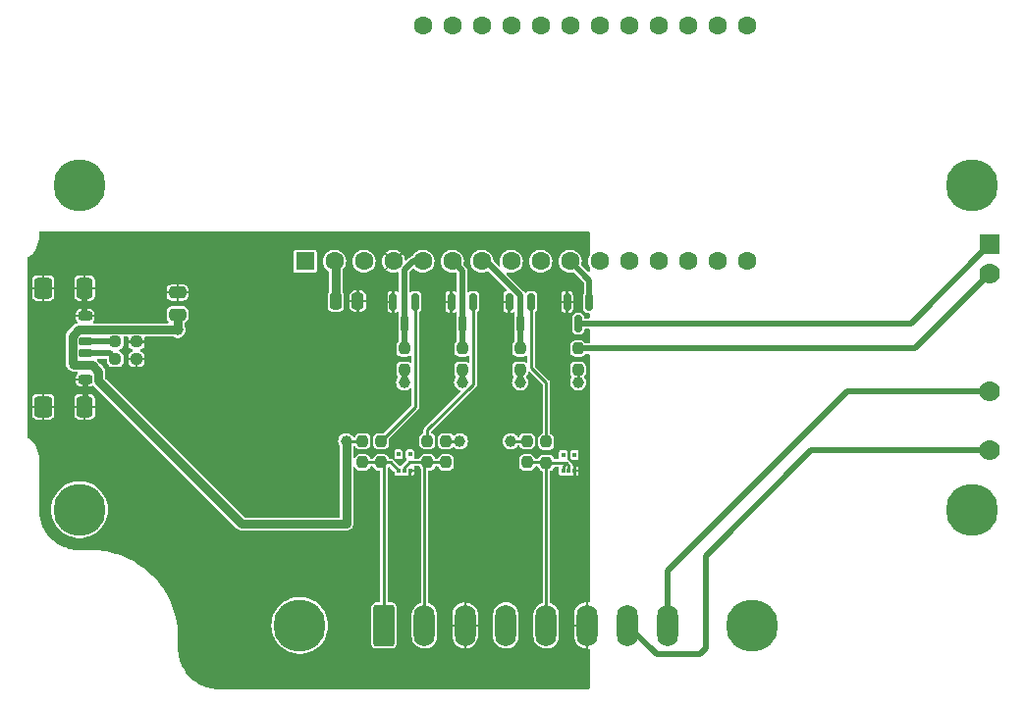
<source format=gbr>
%TF.GenerationSoftware,KiCad,Pcbnew,7.0.8*%
%TF.CreationDate,2023-10-18T11:28:30-05:00*%
%TF.ProjectId,ESP32_Garage_Door_Controller,45535033-325f-4476-9172-6167655f446f,rev?*%
%TF.SameCoordinates,Original*%
%TF.FileFunction,Copper,L1,Top*%
%TF.FilePolarity,Positive*%
%FSLAX46Y46*%
G04 Gerber Fmt 4.6, Leading zero omitted, Abs format (unit mm)*
G04 Created by KiCad (PCBNEW 7.0.8) date 2023-10-18 11:28:30*
%MOMM*%
%LPD*%
G01*
G04 APERTURE LIST*
G04 Aperture macros list*
%AMRoundRect*
0 Rectangle with rounded corners*
0 $1 Rounding radius*
0 $2 $3 $4 $5 $6 $7 $8 $9 X,Y pos of 4 corners*
0 Add a 4 corners polygon primitive as box body*
4,1,4,$2,$3,$4,$5,$6,$7,$8,$9,$2,$3,0*
0 Add four circle primitives for the rounded corners*
1,1,$1+$1,$2,$3*
1,1,$1+$1,$4,$5*
1,1,$1+$1,$6,$7*
1,1,$1+$1,$8,$9*
0 Add four rect primitives between the rounded corners*
20,1,$1+$1,$2,$3,$4,$5,0*
20,1,$1+$1,$4,$5,$6,$7,0*
20,1,$1+$1,$6,$7,$8,$9,0*
20,1,$1+$1,$8,$9,$2,$3,0*%
G04 Aperture macros list end*
%TA.AperFunction,SMDPad,CuDef*%
%ADD10RoundRect,0.237500X-0.237500X0.250000X-0.237500X-0.250000X0.237500X-0.250000X0.237500X0.250000X0*%
%TD*%
%TA.AperFunction,SMDPad,CuDef*%
%ADD11R,0.300000X0.450000*%
%TD*%
%TA.AperFunction,ComponentPad*%
%ADD12R,1.600000X1.600000*%
%TD*%
%TA.AperFunction,ComponentPad*%
%ADD13C,1.600000*%
%TD*%
%TA.AperFunction,SMDPad,CuDef*%
%ADD14RoundRect,0.237500X-0.250000X-0.237500X0.250000X-0.237500X0.250000X0.237500X-0.250000X0.237500X0*%
%TD*%
%TA.AperFunction,SMDPad,CuDef*%
%ADD15RoundRect,0.150000X-0.150000X0.587500X-0.150000X-0.587500X0.150000X-0.587500X0.150000X0.587500X0*%
%TD*%
%TA.AperFunction,ComponentPad*%
%ADD16C,3.100000*%
%TD*%
%TA.AperFunction,ConnectorPad*%
%ADD17C,4.500000*%
%TD*%
%TA.AperFunction,SMDPad,CuDef*%
%ADD18RoundRect,0.237500X0.237500X-0.250000X0.237500X0.250000X-0.237500X0.250000X-0.237500X-0.250000X0*%
%TD*%
%TA.AperFunction,SMDPad,CuDef*%
%ADD19RoundRect,0.250000X-0.475000X0.250000X-0.475000X-0.250000X0.475000X-0.250000X0.475000X0.250000X0*%
%TD*%
%TA.AperFunction,SMDPad,CuDef*%
%ADD20RoundRect,0.250000X-0.250000X-0.475000X0.250000X-0.475000X0.250000X0.475000X-0.250000X0.475000X0*%
%TD*%
%TA.AperFunction,ComponentPad*%
%ADD21RoundRect,0.250000X-0.650000X-1.550000X0.650000X-1.550000X0.650000X1.550000X-0.650000X1.550000X0*%
%TD*%
%TA.AperFunction,ComponentPad*%
%ADD22O,1.800000X3.600000*%
%TD*%
%TA.AperFunction,ComponentPad*%
%ADD23R,1.778000X1.778000*%
%TD*%
%TA.AperFunction,ComponentPad*%
%ADD24C,1.778000*%
%TD*%
%TA.AperFunction,SMDPad,CuDef*%
%ADD25RoundRect,0.175000X-0.425000X0.175000X-0.425000X-0.175000X0.425000X-0.175000X0.425000X0.175000X0*%
%TD*%
%TA.AperFunction,SMDPad,CuDef*%
%ADD26RoundRect,0.190000X0.410000X-0.190000X0.410000X0.190000X-0.410000X0.190000X-0.410000X-0.190000X0*%
%TD*%
%TA.AperFunction,SMDPad,CuDef*%
%ADD27RoundRect,0.200000X0.400000X-0.200000X0.400000X0.200000X-0.400000X0.200000X-0.400000X-0.200000X0*%
%TD*%
%TA.AperFunction,SMDPad,CuDef*%
%ADD28RoundRect,0.175000X0.425000X-0.175000X0.425000X0.175000X-0.425000X0.175000X-0.425000X-0.175000X0*%
%TD*%
%TA.AperFunction,SMDPad,CuDef*%
%ADD29RoundRect,0.190000X-0.410000X0.190000X-0.410000X-0.190000X0.410000X-0.190000X0.410000X0.190000X0*%
%TD*%
%TA.AperFunction,SMDPad,CuDef*%
%ADD30RoundRect,0.200000X-0.400000X0.200000X-0.400000X-0.200000X0.400000X-0.200000X0.400000X0.200000X0*%
%TD*%
%TA.AperFunction,SMDPad,CuDef*%
%ADD31RoundRect,0.250000X-0.425000X0.650000X-0.425000X-0.650000X0.425000X-0.650000X0.425000X0.650000X0*%
%TD*%
%TA.AperFunction,SMDPad,CuDef*%
%ADD32RoundRect,0.250000X-0.500000X0.650000X-0.500000X-0.650000X0.500000X-0.650000X0.500000X0.650000X0*%
%TD*%
%TA.AperFunction,ViaPad*%
%ADD33C,1.000000*%
%TD*%
%TA.AperFunction,Conductor*%
%ADD34C,0.254000*%
%TD*%
%TA.AperFunction,Conductor*%
%ADD35C,0.762000*%
%TD*%
%TA.AperFunction,Conductor*%
%ADD36C,0.508000*%
%TD*%
%TA.AperFunction,Conductor*%
%ADD37C,0.800000*%
%TD*%
%TA.AperFunction,Conductor*%
%ADD38C,0.250000*%
%TD*%
G04 APERTURE END LIST*
D10*
%TO.P,R12,2*%
%TO.N,Net-(D2-IO1)*%
X139250000Y-84962500D03*
%TO.P,R12,1*%
%TO.N,Net-(Q3-G)*%
X139250000Y-83137500D03*
%TD*%
%TO.P,R11,1*%
%TO.N,Net-(Q2-G)*%
X129000000Y-83087500D03*
%TO.P,R11,2*%
%TO.N,Net-(D1-IO2)*%
X129000000Y-84912500D03*
%TD*%
%TO.P,R10,1*%
%TO.N,Net-(Q1-G)*%
X125000000Y-83087500D03*
%TO.P,R10,2*%
%TO.N,Net-(D1-IO1)*%
X125000000Y-84912500D03*
%TD*%
D11*
%TO.P,D2,1,IO1*%
%TO.N,Net-(D2-IO1)*%
X140700000Y-85662500D03*
%TO.P,D2,2,IO2*%
X141200000Y-85662500D03*
%TO.P,D2,3,GND*%
%TO.N,GND*%
X141700000Y-85662500D03*
%TO.P,D2,4*%
%TO.N,N/C*%
X141700000Y-84262500D03*
%TO.P,D2,5*%
X140700000Y-84262500D03*
%TD*%
%TO.P,D1,1,IO1*%
%TO.N,Net-(D1-IO1)*%
X126500000Y-85612500D03*
%TO.P,D1,2,IO2*%
%TO.N,Net-(D1-IO2)*%
X127000000Y-85612500D03*
%TO.P,D1,3,GND*%
%TO.N,GND*%
X127500000Y-85612500D03*
%TO.P,D1,4*%
%TO.N,N/C*%
X127500000Y-84212500D03*
%TO.P,D1,5*%
X126500000Y-84212500D03*
%TD*%
D12*
%TO.P,A1,1,~{RESET}*%
%TO.N,unconnected-(A1-~{RESET}-Pad1)*%
X118450000Y-67552500D03*
D13*
%TO.P,A1,2,3V3*%
%TO.N,+3.3V*%
X120990000Y-67552500D03*
%TO.P,A1,3,NC*%
%TO.N,unconnected-(A1-NC-Pad3)*%
X123530000Y-67552500D03*
%TO.P,A1,4,GND*%
%TO.N,GND*%
X126070000Y-67552500D03*
%TO.P,A1,5,GPIO26*%
%TO.N,Net-(A1-GPIO26)*%
X128610000Y-67552500D03*
%TO.P,A1,6,GPIO25*%
%TO.N,Net-(A1-GPIO25)*%
X131150000Y-67552500D03*
%TO.P,A1,7,GPIO34*%
%TO.N,Net-(A1-GPIO34)*%
X133690000Y-67552500D03*
%TO.P,A1,8,GPIO39*%
%TO.N,unconnected-(A1-GPIO39-Pad8)*%
X136230000Y-67552500D03*
%TO.P,A1,9,GPIO36*%
%TO.N,unconnected-(A1-GPIO36-Pad9)*%
X138770000Y-67552500D03*
%TO.P,A1,10,GPIO4*%
%TO.N,Net-(A1-GPIO4)*%
X141310000Y-67552500D03*
%TO.P,A1,11,GPIO5*%
%TO.N,unconnected-(A1-GPIO5-Pad11)*%
X143850000Y-67552500D03*
%TO.P,A1,12,GPIO19*%
%TO.N,unconnected-(A1-GPIO19-Pad12)*%
X146390000Y-67552500D03*
%TO.P,A1,13,GPIO21*%
%TO.N,unconnected-(A1-GPIO21-Pad13)*%
X148930000Y-67552500D03*
%TO.P,A1,14,GPIO7*%
%TO.N,unconnected-(A1-GPIO7-Pad14)*%
X151470000Y-67552500D03*
%TO.P,A1,15,GPIO8*%
%TO.N,unconnected-(A1-GPIO8-Pad15)*%
X154010000Y-67552500D03*
%TO.P,A1,16,GPIO37*%
%TO.N,unconnected-(A1-GPIO37-Pad16)*%
X156550000Y-67552500D03*
%TO.P,A1,17,GPIO22*%
%TO.N,unconnected-(A1-GPIO22-Pad17)*%
X156550000Y-47232500D03*
%TO.P,A1,18,GPIO20*%
%TO.N,unconnected-(A1-GPIO20-Pad18)*%
X154010000Y-47232500D03*
%TO.P,A1,19,GPIO14*%
%TO.N,unconnected-(A1-GPIO14-Pad19)*%
X151470000Y-47232500D03*
%TO.P,A1,20,GPIO32*%
%TO.N,unconnected-(A1-GPIO32-Pad20)*%
X148930000Y-47232500D03*
%TO.P,A1,21,GPIO15*%
%TO.N,unconnected-(A1-GPIO15-Pad21)*%
X146390000Y-47232500D03*
%TO.P,A1,22,GPIO33*%
%TO.N,unconnected-(A1-GPIO33-Pad22)*%
X143850000Y-47232500D03*
%TO.P,A1,23,GPIO27*%
%TO.N,unconnected-(A1-GPIO27-Pad23)*%
X141310000Y-47232500D03*
%TO.P,A1,24,GPIO12*%
%TO.N,unconnected-(A1-GPIO12-Pad24)*%
X138770000Y-47232500D03*
%TO.P,A1,25,GPIO13*%
%TO.N,unconnected-(A1-GPIO13-Pad25)*%
X136230000Y-47232500D03*
%TO.P,A1,26,VBUS*%
%TO.N,+5V*%
X133690000Y-47232500D03*
%TO.P,A1,27,EN*%
%TO.N,unconnected-(A1-EN-Pad27)*%
X131150000Y-47232500D03*
%TO.P,A1,28,VBAT*%
%TO.N,unconnected-(A1-VBAT-Pad28)*%
X128610000Y-47232500D03*
%TD*%
D10*
%TO.P,R7,1*%
%TO.N,+5V*%
X123400000Y-83087500D03*
%TO.P,R7,2*%
%TO.N,Net-(D1-IO1)*%
X123400000Y-84912500D03*
%TD*%
D14*
%TO.P,R1,1*%
%TO.N,Net-(J1-CC2)*%
X102087500Y-76000000D03*
%TO.P,R1,2*%
%TO.N,GND*%
X103912500Y-76000000D03*
%TD*%
D15*
%TO.P,Q4,1,G*%
%TO.N,Net-(A1-GPIO4)*%
X142950000Y-71062500D03*
%TO.P,Q4,2,S*%
%TO.N,GND*%
X141050000Y-71062500D03*
%TO.P,Q4,3,D*%
%TO.N,Net-(Q4-D)*%
X142000000Y-72937500D03*
%TD*%
D16*
%TO.P,REF\u002A\u002A,1*%
%TO.N,N/C*%
X176000000Y-61000000D03*
D17*
X176000000Y-61000000D03*
%TD*%
D18*
%TO.P,R5,1*%
%TO.N,+3.3V*%
X137000000Y-76912500D03*
%TO.P,R5,2*%
%TO.N,Net-(A1-GPIO34)*%
X137000000Y-75087500D03*
%TD*%
D19*
%TO.P,C1,1*%
%TO.N,GND*%
X107442500Y-70250000D03*
%TO.P,C1,2*%
%TO.N,+5V*%
X107442500Y-72150000D03*
%TD*%
D15*
%TO.P,Q2,1,G*%
%TO.N,Net-(Q2-G)*%
X132950000Y-71062500D03*
%TO.P,Q2,2,S*%
%TO.N,GND*%
X131050000Y-71062500D03*
%TO.P,Q2,3,D*%
%TO.N,Net-(A1-GPIO25)*%
X132000000Y-72937500D03*
%TD*%
D20*
%TO.P,C2,1*%
%TO.N,+3.3V*%
X121100000Y-71000000D03*
%TO.P,C2,2*%
%TO.N,GND*%
X123000000Y-71000000D03*
%TD*%
D21*
%TO.P,J2,1,Pin_1*%
%TO.N,Net-(D1-IO1)*%
X125250000Y-99000000D03*
D22*
%TO.P,J2,2,Pin_2*%
%TO.N,Net-(D1-IO2)*%
X128750000Y-99000000D03*
%TO.P,J2,3,Pin_3*%
%TO.N,GND*%
X132250000Y-99000000D03*
%TO.P,J2,4,Pin_4*%
%TO.N,+5V*%
X135750000Y-99000000D03*
%TO.P,J2,5,Pin_5*%
%TO.N,Net-(D2-IO1)*%
X139250000Y-99000000D03*
%TO.P,J2,6,Pin_6*%
%TO.N,GND*%
X142750000Y-99000000D03*
%TO.P,J2,7,Pin_7*%
%TO.N,Net-(J2-Pin_7)*%
X146250000Y-99000000D03*
%TO.P,J2,8,Pin_8*%
%TO.N,Net-(J2-Pin_8)*%
X149750000Y-99000000D03*
%TD*%
D14*
%TO.P,R2,1*%
%TO.N,Net-(J1-CC1)*%
X102087500Y-74500000D03*
%TO.P,R2,2*%
%TO.N,GND*%
X103912500Y-74500000D03*
%TD*%
D15*
%TO.P,Q3,1,G*%
%TO.N,Net-(Q3-G)*%
X137950000Y-71062500D03*
%TO.P,Q3,2,S*%
%TO.N,GND*%
X136050000Y-71062500D03*
%TO.P,Q3,3,D*%
%TO.N,Net-(A1-GPIO34)*%
X137000000Y-72937500D03*
%TD*%
D16*
%TO.P,REF\u002A\u002A,1*%
%TO.N,N/C*%
X99000000Y-61000000D03*
D17*
X99000000Y-61000000D03*
%TD*%
D23*
%TO.P,RL1,1*%
%TO.N,Net-(Q4-D)*%
X177500000Y-66110000D03*
D24*
%TO.P,RL1,2*%
%TO.N,Net-(R6-Pad2)*%
X177500000Y-68650000D03*
%TO.P,RL1,3*%
%TO.N,Net-(J2-Pin_8)*%
X177500000Y-78810000D03*
%TO.P,RL1,4*%
%TO.N,Net-(J2-Pin_7)*%
X177500000Y-83890000D03*
%TD*%
D10*
%TO.P,R8,2*%
%TO.N,Net-(D1-IO2)*%
X130600000Y-84912500D03*
%TO.P,R8,1*%
%TO.N,+5V*%
X130600000Y-83087500D03*
%TD*%
D15*
%TO.P,Q1,1,G*%
%TO.N,Net-(Q1-G)*%
X127950000Y-71062500D03*
%TO.P,Q1,2,S*%
%TO.N,GND*%
X126050000Y-71062500D03*
%TO.P,Q1,3,D*%
%TO.N,Net-(A1-GPIO26)*%
X127000000Y-72937500D03*
%TD*%
D18*
%TO.P,R4,1*%
%TO.N,+3.3V*%
X127000000Y-76912500D03*
%TO.P,R4,2*%
%TO.N,Net-(A1-GPIO26)*%
X127000000Y-75087500D03*
%TD*%
D16*
%TO.P,REF\u002A\u002A,1*%
%TO.N,N/C*%
X118000000Y-99000000D03*
D17*
X118000000Y-99000000D03*
%TD*%
D16*
%TO.P,REF\u002A\u002A,1*%
%TO.N,N/C*%
X157000000Y-99000000D03*
D17*
X157000000Y-99000000D03*
%TD*%
D16*
%TO.P,REF\u002A\u002A,1*%
%TO.N,N/C*%
X99000000Y-89000000D03*
D17*
X99000000Y-89000000D03*
%TD*%
D25*
%TO.P,J1,A5,CC1*%
%TO.N,Net-(J1-CC1)*%
X99500000Y-74500000D03*
D26*
%TO.P,J1,A9,VBUS*%
%TO.N,+5V*%
X99500000Y-76520000D03*
D27*
%TO.P,J1,A12,GND*%
%TO.N,GND*%
X99500000Y-77750000D03*
D28*
%TO.P,J1,B5,CC2*%
%TO.N,Net-(J1-CC2)*%
X99500000Y-75500000D03*
D29*
%TO.P,J1,B9,VBUS*%
%TO.N,+5V*%
X99500000Y-73480000D03*
D30*
%TO.P,J1,B12,GND*%
%TO.N,GND*%
X99500000Y-72250000D03*
D31*
%TO.P,J1,S1,SHIELD*%
X99445000Y-69875000D03*
D32*
X95865000Y-69875000D03*
D31*
X99445000Y-80125000D03*
D32*
X95865000Y-80125000D03*
%TD*%
D10*
%TO.P,R9,2*%
%TO.N,Net-(D2-IO1)*%
X137600000Y-84912500D03*
%TO.P,R9,1*%
%TO.N,+5V*%
X137600000Y-83087500D03*
%TD*%
D16*
%TO.P,REF\u002A\u002A,1*%
%TO.N,N/C*%
X176000000Y-89000000D03*
D17*
X176000000Y-89000000D03*
%TD*%
D18*
%TO.P,R3,1*%
%TO.N,+3.3V*%
X132000000Y-76912500D03*
%TO.P,R3,2*%
%TO.N,Net-(A1-GPIO25)*%
X132000000Y-75087500D03*
%TD*%
%TO.P,R6,1*%
%TO.N,+5V*%
X142000000Y-76912500D03*
%TO.P,R6,2*%
%TO.N,Net-(R6-Pad2)*%
X142000000Y-75087500D03*
%TD*%
D33*
%TO.N,+5V*%
X142000000Y-78000000D03*
X107442500Y-73480000D03*
X136200000Y-83087500D03*
X131800000Y-83087500D03*
X122000000Y-83087500D03*
%TO.N,+3.3V*%
X132000000Y-78000000D03*
X137000000Y-78000000D03*
X127000000Y-78000000D03*
%TD*%
D34*
%TO.N,Net-(Q2-G)*%
X129000000Y-82102239D02*
X132950000Y-78152239D01*
X129000000Y-83087500D02*
X129000000Y-82102239D01*
%TO.N,Net-(Q1-G)*%
X127950000Y-80137500D02*
X127950000Y-71062500D01*
X125000000Y-83087500D02*
X127950000Y-80137500D01*
%TO.N,Net-(D1-IO2)*%
X128750000Y-85162500D02*
X129000000Y-84912500D01*
X128750000Y-99000000D02*
X128750000Y-85162500D01*
%TO.N,Net-(D1-IO1)*%
X125250000Y-99000000D02*
X125250000Y-85162500D01*
X125250000Y-85162500D02*
X125000000Y-84912500D01*
%TO.N,Net-(D1-IO2)*%
X129000000Y-84912500D02*
X130600000Y-84912500D01*
X127000000Y-85342368D02*
X127000000Y-85612500D01*
X127429868Y-84912500D02*
X127000000Y-85342368D01*
X129000000Y-84912500D02*
X127429868Y-84912500D01*
%TO.N,Net-(D1-IO1)*%
X125800000Y-84912500D02*
X126500000Y-85612500D01*
X125000000Y-84912500D02*
X125800000Y-84912500D01*
X123400000Y-84912500D02*
X125000000Y-84912500D01*
%TO.N,Net-(D2-IO1)*%
X140700000Y-85225000D02*
X140700000Y-85662500D01*
X140962500Y-84962500D02*
X140700000Y-85225000D01*
X141200000Y-85200000D02*
X141200000Y-85662500D01*
X140962500Y-84962500D02*
X141200000Y-85200000D01*
X139250000Y-84962500D02*
X140962500Y-84962500D01*
D35*
%TO.N,+5V*%
X122000000Y-90250000D02*
X122000000Y-83087500D01*
X113000000Y-90250000D02*
X122000000Y-90250000D01*
X100100000Y-76520000D02*
X100633400Y-77053400D01*
X99500000Y-76520000D02*
X100100000Y-76520000D01*
X100633400Y-77053400D02*
X100633400Y-77883400D01*
X100633400Y-77883400D02*
X113000000Y-90250000D01*
D34*
%TO.N,Net-(Q3-G)*%
X137950000Y-76750000D02*
X139250000Y-78050000D01*
X137950000Y-71062500D02*
X137950000Y-76750000D01*
X139250000Y-78050000D02*
X139250000Y-83137500D01*
%TO.N,Net-(Q2-G)*%
X132950000Y-71062500D02*
X132950000Y-78152239D01*
%TO.N,+5V*%
X142000000Y-76912500D02*
X142000000Y-78000000D01*
D35*
X107442500Y-72150000D02*
X107442500Y-73480000D01*
D34*
%TO.N,Net-(D2-IO1)*%
X139200000Y-84912500D02*
X139250000Y-84962500D01*
X137600000Y-84912500D02*
X139200000Y-84912500D01*
%TO.N,+5V*%
X137600000Y-83087500D02*
X136200000Y-83087500D01*
%TO.N,Net-(D2-IO1)*%
X139250000Y-84962500D02*
X139250000Y-97800000D01*
%TO.N,+5V*%
X130400000Y-83087500D02*
X131800000Y-83087500D01*
X123600000Y-83087500D02*
X122000000Y-83087500D01*
%TO.N,Net-(D1-IO2)*%
X128750000Y-84962500D02*
X128708100Y-85004400D01*
D36*
%TO.N,Net-(J1-CC1)*%
X102087500Y-74500000D02*
X99500000Y-74500000D01*
D35*
%TO.N,+5V*%
X98900000Y-73480000D02*
X99500000Y-73480000D01*
X98366600Y-76366600D02*
X98366600Y-74013400D01*
X98520000Y-76520000D02*
X98366600Y-76366600D01*
X107442500Y-73480000D02*
X99500000Y-73480000D01*
X99500000Y-76520000D02*
X98520000Y-76520000D01*
X98366600Y-74013400D02*
X98900000Y-73480000D01*
D36*
%TO.N,GND*%
X99445000Y-69875000D02*
X99445000Y-72195000D01*
X99500000Y-80070000D02*
X99445000Y-80125000D01*
X99445000Y-72195000D02*
X99500000Y-72250000D01*
X99500000Y-77750000D02*
X99500000Y-80070000D01*
%TO.N,Net-(J1-CC2)*%
X101587500Y-75500000D02*
X102087500Y-76000000D01*
X99500000Y-75500000D02*
X101587500Y-75500000D01*
%TO.N,Net-(J2-Pin_7)*%
X148750000Y-101500000D02*
X152500000Y-101500000D01*
X162110000Y-83890000D02*
X177500000Y-83890000D01*
X146250000Y-99000000D02*
X148750000Y-101500000D01*
X153000000Y-93000000D02*
X162110000Y-83890000D01*
X152500000Y-101500000D02*
X153000000Y-101000000D01*
X153000000Y-101000000D02*
X153000000Y-93000000D01*
%TO.N,Net-(J2-Pin_8)*%
X149750000Y-94250000D02*
X149750000Y-99000000D01*
X165190000Y-78810000D02*
X149750000Y-94250000D01*
X177500000Y-78810000D02*
X165190000Y-78810000D01*
%TO.N,Net-(A1-GPIO26)*%
X127000000Y-68321494D02*
X127768994Y-67552500D01*
X127000000Y-72937500D02*
X127000000Y-75087500D01*
X127000000Y-72937500D02*
X127000000Y-68321494D01*
X127768994Y-67552500D02*
X128610000Y-67552500D01*
%TO.N,Net-(A1-GPIO25)*%
X131150000Y-67552500D02*
X132000000Y-68402500D01*
X132000000Y-68402500D02*
X132000000Y-72937500D01*
X132000000Y-72937500D02*
X132000000Y-75087500D01*
%TO.N,Net-(A1-GPIO34)*%
X137000000Y-72937500D02*
X137000000Y-70488130D01*
X134064370Y-67552500D02*
X133690000Y-67552500D01*
X137000000Y-72937500D02*
X137000000Y-75087500D01*
X137000000Y-70488130D02*
X134064370Y-67552500D01*
%TO.N,Net-(A1-GPIO4)*%
X142950000Y-71062500D02*
X142950000Y-69192500D01*
X141310000Y-67552500D02*
X142950000Y-69192500D01*
%TO.N,Net-(Q4-D)*%
X142000000Y-72937500D02*
X170672500Y-72937500D01*
X170672500Y-72937500D02*
X177500000Y-66110000D01*
D37*
%TO.N,+3.3V*%
X121100000Y-71000000D02*
X121100000Y-67662500D01*
D36*
X132000000Y-78000000D02*
X132000000Y-76912500D01*
D38*
X121100000Y-67662500D02*
X120990000Y-67552500D01*
D36*
X137000000Y-76912500D02*
X137000000Y-78000000D01*
X127000000Y-76912500D02*
X127000000Y-78000000D01*
%TO.N,Net-(R6-Pad2)*%
X142000000Y-75087500D02*
X171062500Y-75087500D01*
X171062500Y-75087500D02*
X177500000Y-68650000D01*
%TD*%
%TA.AperFunction,Conductor*%
%TO.N,GND*%
G36*
X142959191Y-65018907D02*
G01*
X142995155Y-65068407D01*
X143000000Y-65099000D01*
X143000000Y-66995524D01*
X142988310Y-67042192D01*
X142921188Y-67167767D01*
X142921187Y-67167769D01*
X142863975Y-67356370D01*
X142863974Y-67356373D01*
X142844659Y-67552496D01*
X142844659Y-67552503D01*
X142863974Y-67748626D01*
X142863975Y-67748629D01*
X142863976Y-67748632D01*
X142921186Y-67937227D01*
X142988310Y-68062808D01*
X143000000Y-68109474D01*
X143000000Y-68360732D01*
X142981093Y-68418923D01*
X142931593Y-68454887D01*
X142870407Y-68454887D01*
X142830996Y-68430736D01*
X142303737Y-67903477D01*
X142275960Y-67848960D01*
X142279004Y-67804734D01*
X142296024Y-67748632D01*
X142303750Y-67670179D01*
X142315341Y-67552503D01*
X142315341Y-67552496D01*
X142296025Y-67356373D01*
X142296024Y-67356370D01*
X142296024Y-67356368D01*
X142238814Y-67167773D01*
X142230650Y-67152500D01*
X142209690Y-67113286D01*
X142145910Y-66993962D01*
X142145906Y-66993957D01*
X142020887Y-66841621D01*
X142020878Y-66841612D01*
X141868542Y-66716593D01*
X141868540Y-66716592D01*
X141868538Y-66716590D01*
X141789361Y-66674269D01*
X141694732Y-66623688D01*
X141694730Y-66623687D01*
X141506129Y-66566475D01*
X141506126Y-66566474D01*
X141310003Y-66547159D01*
X141309997Y-66547159D01*
X141113873Y-66566474D01*
X141113870Y-66566475D01*
X140925269Y-66623687D01*
X140925267Y-66623688D01*
X140751467Y-66716587D01*
X140751457Y-66716593D01*
X140599121Y-66841612D01*
X140599112Y-66841621D01*
X140474093Y-66993957D01*
X140474087Y-66993967D01*
X140381188Y-67167767D01*
X140381187Y-67167769D01*
X140323975Y-67356370D01*
X140323974Y-67356373D01*
X140304659Y-67552496D01*
X140304659Y-67552503D01*
X140323974Y-67748626D01*
X140323975Y-67748629D01*
X140381187Y-67937230D01*
X140381188Y-67937232D01*
X140407902Y-67987209D01*
X140474090Y-68111038D01*
X140474092Y-68111040D01*
X140474093Y-68111042D01*
X140599112Y-68263378D01*
X140599121Y-68263387D01*
X140747694Y-68385318D01*
X140751462Y-68388410D01*
X140925273Y-68481314D01*
X141113868Y-68538524D01*
X141113870Y-68538524D01*
X141113873Y-68538525D01*
X141309997Y-68557841D01*
X141310000Y-68557841D01*
X141310003Y-68557841D01*
X141427819Y-68546237D01*
X141506132Y-68538524D01*
X141562234Y-68521505D01*
X141623406Y-68522704D01*
X141660977Y-68546237D01*
X142466504Y-69351764D01*
X142494281Y-69406281D01*
X142495500Y-69421768D01*
X142495500Y-70276913D01*
X142485441Y-70320393D01*
X142459427Y-70373604D01*
X142459427Y-70373607D01*
X142449500Y-70441740D01*
X142449500Y-71683260D01*
X142450174Y-71687883D01*
X142459427Y-71751395D01*
X142489034Y-71811956D01*
X142510802Y-71856483D01*
X142593517Y-71939198D01*
X142647285Y-71965483D01*
X142698604Y-71990572D01*
X142698605Y-71990572D01*
X142698607Y-71990573D01*
X142766740Y-72000500D01*
X142766743Y-72000500D01*
X142901000Y-72000500D01*
X142959191Y-72019407D01*
X142995155Y-72068907D01*
X143000000Y-72099500D01*
X143000000Y-72384000D01*
X142981093Y-72442191D01*
X142931593Y-72478155D01*
X142901000Y-72483000D01*
X142599500Y-72483000D01*
X142541309Y-72464093D01*
X142505345Y-72414593D01*
X142500500Y-72384000D01*
X142500500Y-72316743D01*
X142500500Y-72316740D01*
X142490573Y-72248607D01*
X142439198Y-72143517D01*
X142356483Y-72060802D01*
X142356481Y-72060801D01*
X142251395Y-72009427D01*
X142224139Y-72005456D01*
X142183260Y-71999500D01*
X141816740Y-71999500D01*
X141782673Y-72004463D01*
X141748604Y-72009427D01*
X141643518Y-72060801D01*
X141560801Y-72143518D01*
X141509427Y-72248604D01*
X141509427Y-72248607D01*
X141499500Y-72316740D01*
X141499500Y-73558260D01*
X141501978Y-73575267D01*
X141509427Y-73626395D01*
X141545500Y-73700182D01*
X141560802Y-73731483D01*
X141643517Y-73814198D01*
X141697285Y-73840483D01*
X141748604Y-73865572D01*
X141748605Y-73865572D01*
X141748607Y-73865573D01*
X141816740Y-73875500D01*
X141816743Y-73875500D01*
X142183257Y-73875500D01*
X142183260Y-73875500D01*
X142251393Y-73865573D01*
X142356483Y-73814198D01*
X142439198Y-73731483D01*
X142490573Y-73626393D01*
X142500500Y-73558260D01*
X142500500Y-73491000D01*
X142519407Y-73432809D01*
X142568907Y-73396845D01*
X142599500Y-73392000D01*
X142901000Y-73392000D01*
X142959191Y-73410907D01*
X142995155Y-73460407D01*
X143000000Y-73491000D01*
X143000000Y-74534000D01*
X142981093Y-74592191D01*
X142931593Y-74628155D01*
X142901000Y-74633000D01*
X142680920Y-74633000D01*
X142622729Y-74614093D01*
X142601268Y-74592792D01*
X142550711Y-74524289D01*
X142550706Y-74524285D01*
X142444476Y-74445884D01*
X142319852Y-74402276D01*
X142319851Y-74402275D01*
X142319849Y-74402275D01*
X142319847Y-74402274D01*
X142319844Y-74402274D01*
X142290266Y-74399500D01*
X142290256Y-74399500D01*
X141709744Y-74399500D01*
X141709733Y-74399500D01*
X141680155Y-74402274D01*
X141680147Y-74402276D01*
X141555523Y-74445884D01*
X141449293Y-74524285D01*
X141449285Y-74524293D01*
X141370884Y-74630523D01*
X141327276Y-74755147D01*
X141327274Y-74755155D01*
X141324500Y-74784733D01*
X141324500Y-75390266D01*
X141327274Y-75419844D01*
X141327276Y-75419852D01*
X141370884Y-75544476D01*
X141442122Y-75641000D01*
X141449289Y-75650711D01*
X141449292Y-75650713D01*
X141449293Y-75650714D01*
X141555523Y-75729115D01*
X141555524Y-75729115D01*
X141555525Y-75729116D01*
X141680151Y-75772725D01*
X141707441Y-75775284D01*
X141709733Y-75775499D01*
X141709738Y-75775500D01*
X141709744Y-75775500D01*
X142290262Y-75775500D01*
X142290265Y-75775499D01*
X142319849Y-75772725D01*
X142444475Y-75729116D01*
X142550711Y-75650711D01*
X142601266Y-75582210D01*
X142651032Y-75546619D01*
X142680920Y-75542000D01*
X142901000Y-75542000D01*
X142959191Y-75560907D01*
X142995155Y-75610407D01*
X143000000Y-75641000D01*
X143000000Y-96910380D01*
X142981093Y-96968571D01*
X142931593Y-97004535D01*
X142886912Y-97008373D01*
X142850000Y-97003066D01*
X142850000Y-98407988D01*
X142789323Y-98400000D01*
X142710677Y-98400000D01*
X142650000Y-98407988D01*
X142650000Y-97003515D01*
X142592742Y-97006243D01*
X142592733Y-97006244D01*
X142388593Y-97055768D01*
X142197502Y-97143035D01*
X142026378Y-97264892D01*
X142026373Y-97264897D01*
X141881409Y-97416931D01*
X141767834Y-97593656D01*
X141767827Y-97593669D01*
X141689757Y-97788680D01*
X141689754Y-97788689D01*
X141650000Y-97994964D01*
X141650000Y-98899999D01*
X141650001Y-98900000D01*
X142157988Y-98900000D01*
X142144823Y-99000000D01*
X142157988Y-99100000D01*
X141650001Y-99100000D01*
X141650000Y-99100001D01*
X141650000Y-99952403D01*
X141664965Y-100109124D01*
X141724151Y-100310692D01*
X141820409Y-100497407D01*
X141820411Y-100497410D01*
X141950270Y-100662540D01*
X142109035Y-100800110D01*
X142290965Y-100905147D01*
X142489483Y-100973855D01*
X142649998Y-100996933D01*
X142650000Y-100996932D01*
X142650000Y-99592011D01*
X142710677Y-99600000D01*
X142789323Y-99600000D01*
X142850000Y-99592011D01*
X142850000Y-100996483D01*
X142896290Y-100994279D01*
X142955314Y-101010396D01*
X142993592Y-101058129D01*
X143000000Y-101093167D01*
X143000000Y-104400500D01*
X142981093Y-104458691D01*
X142931593Y-104494655D01*
X142901000Y-104499500D01*
X111001221Y-104499500D01*
X110998792Y-104499440D01*
X110847561Y-104492011D01*
X110652819Y-104481804D01*
X110648144Y-104481336D01*
X110478317Y-104456145D01*
X110301874Y-104428199D01*
X110297588Y-104427325D01*
X110127798Y-104384795D01*
X110103002Y-104378151D01*
X109958187Y-104339347D01*
X109954321Y-104338140D01*
X109788120Y-104278672D01*
X109625312Y-104216176D01*
X109621886Y-104214711D01*
X109461529Y-104138868D01*
X109306618Y-104059935D01*
X109303642Y-104058288D01*
X109151039Y-103966822D01*
X109005411Y-103872250D01*
X109002883Y-103870494D01*
X108859675Y-103764285D01*
X108724742Y-103655019D01*
X108722675Y-103653247D01*
X108591259Y-103534139D01*
X108589512Y-103532475D01*
X108467523Y-103410486D01*
X108465862Y-103408742D01*
X108346747Y-103277318D01*
X108344985Y-103275263D01*
X108235720Y-103140331D01*
X108179719Y-103064823D01*
X108129504Y-102997115D01*
X108127748Y-102994587D01*
X108033177Y-102848960D01*
X107941710Y-102696356D01*
X107940063Y-102693380D01*
X107861131Y-102538470D01*
X107842209Y-102498462D01*
X107785281Y-102378099D01*
X107783832Y-102374710D01*
X107721332Y-102211894D01*
X107661851Y-102045655D01*
X107660654Y-102041822D01*
X107615206Y-101872207D01*
X107572667Y-101702381D01*
X107571803Y-101698146D01*
X107543862Y-101521733D01*
X107518660Y-101351836D01*
X107518195Y-101347189D01*
X107507994Y-101152562D01*
X107501011Y-101010396D01*
X107500560Y-101001209D01*
X107500500Y-100998780D01*
X107500500Y-99743769D01*
X107465529Y-99232524D01*
X107465529Y-99232520D01*
X107433570Y-99000000D01*
X115544655Y-99000000D01*
X115564016Y-99307741D01*
X115586943Y-99427925D01*
X115621794Y-99610619D01*
X115665057Y-99743769D01*
X115717080Y-99903879D01*
X115813662Y-100109124D01*
X115848365Y-100182871D01*
X115990329Y-100406572D01*
X116013587Y-100443220D01*
X116210125Y-100680792D01*
X116210135Y-100680803D01*
X116434901Y-100891874D01*
X116434904Y-100891876D01*
X116684360Y-101073116D01*
X116954565Y-101221663D01*
X117241257Y-101335172D01*
X117539914Y-101411854D01*
X117845828Y-101450500D01*
X118154172Y-101450500D01*
X118460086Y-101411854D01*
X118758743Y-101335172D01*
X119045435Y-101221663D01*
X119315640Y-101073116D01*
X119565096Y-100891876D01*
X119789869Y-100680799D01*
X119986416Y-100443216D01*
X120151635Y-100182871D01*
X120282922Y-99903873D01*
X120378206Y-99610619D01*
X120435984Y-99307736D01*
X120455345Y-99000000D01*
X120435984Y-98692264D01*
X120378206Y-98389381D01*
X120282922Y-98096127D01*
X120151635Y-97817129D01*
X119986416Y-97556784D01*
X119828006Y-97365301D01*
X119789874Y-97319207D01*
X119789864Y-97319196D01*
X119565098Y-97108125D01*
X119315644Y-96926887D01*
X119315640Y-96926884D01*
X119045435Y-96778337D01*
X119045433Y-96778336D01*
X119045431Y-96778335D01*
X118758743Y-96664828D01*
X118460086Y-96588146D01*
X118460079Y-96588145D01*
X118460083Y-96588145D01*
X118154172Y-96549500D01*
X117845828Y-96549500D01*
X117539918Y-96588145D01*
X117241256Y-96664828D01*
X116954568Y-96778335D01*
X116684368Y-96926879D01*
X116684355Y-96926887D01*
X116434901Y-97108125D01*
X116210135Y-97319196D01*
X116210125Y-97319207D01*
X116013587Y-97556779D01*
X115848366Y-97817127D01*
X115848365Y-97817128D01*
X115717080Y-98096120D01*
X115621795Y-98389379D01*
X115621792Y-98389389D01*
X115564016Y-98692258D01*
X115544655Y-99000000D01*
X107433570Y-99000000D01*
X107395750Y-98724844D01*
X107291490Y-98223113D01*
X107242312Y-98047596D01*
X107153234Y-97729671D01*
X106981627Y-97246815D01*
X106977414Y-97237116D01*
X106777463Y-96776780D01*
X106541703Y-96321784D01*
X106275442Y-95883937D01*
X105979923Y-95465281D01*
X105656522Y-95067769D01*
X105306748Y-94693252D01*
X104932231Y-94343478D01*
X104534719Y-94020077D01*
X104116063Y-93724558D01*
X103678216Y-93458297D01*
X103223220Y-93222537D01*
X102753195Y-93018377D01*
X102753190Y-93018375D01*
X102753185Y-93018373D01*
X102270329Y-92846766D01*
X102157134Y-92815050D01*
X102157133Y-92815049D01*
X101776894Y-92708512D01*
X101776887Y-92708510D01*
X101650317Y-92682208D01*
X101648546Y-92681196D01*
X101625015Y-92676951D01*
X101275156Y-92604250D01*
X101259067Y-92602038D01*
X101135465Y-92585049D01*
X101131778Y-92583264D01*
X101089071Y-92578673D01*
X101028524Y-92570351D01*
X100767480Y-92534471D01*
X100562978Y-92520482D01*
X100256231Y-92499500D01*
X100256225Y-92499500D01*
X100000099Y-92499500D01*
X99001221Y-92499500D01*
X98998792Y-92499440D01*
X98847561Y-92492011D01*
X98652819Y-92481804D01*
X98648144Y-92481336D01*
X98478317Y-92456145D01*
X98301874Y-92428199D01*
X98297588Y-92427325D01*
X98127798Y-92384795D01*
X98103002Y-92378151D01*
X97958187Y-92339347D01*
X97954321Y-92338140D01*
X97788120Y-92278672D01*
X97625312Y-92216176D01*
X97621886Y-92214711D01*
X97461529Y-92138868D01*
X97306618Y-92059935D01*
X97303642Y-92058288D01*
X97151039Y-91966822D01*
X97005411Y-91872250D01*
X97002883Y-91870494D01*
X96859675Y-91764285D01*
X96724742Y-91655019D01*
X96722675Y-91653247D01*
X96591259Y-91534139D01*
X96589512Y-91532475D01*
X96467523Y-91410486D01*
X96465862Y-91408742D01*
X96346747Y-91277318D01*
X96344985Y-91275263D01*
X96235720Y-91140331D01*
X96179719Y-91064823D01*
X96129504Y-90997115D01*
X96127748Y-90994587D01*
X96033177Y-90848960D01*
X95941710Y-90696356D01*
X95940063Y-90693380D01*
X95861131Y-90538470D01*
X95816079Y-90443216D01*
X95785281Y-90378099D01*
X95783832Y-90374710D01*
X95721329Y-90211884D01*
X95661851Y-90045655D01*
X95660654Y-90041822D01*
X95615206Y-89872207D01*
X95572667Y-89702381D01*
X95571803Y-89698146D01*
X95543862Y-89521733D01*
X95518660Y-89351836D01*
X95518195Y-89347189D01*
X95507994Y-89152562D01*
X95503072Y-89052355D01*
X95500560Y-89001209D01*
X95500530Y-89000000D01*
X96544655Y-89000000D01*
X96564016Y-89307741D01*
X96604821Y-89521645D01*
X96621794Y-89610619D01*
X96651619Y-89702410D01*
X96717080Y-89903879D01*
X96769771Y-90015851D01*
X96848365Y-90182871D01*
X96987299Y-90401798D01*
X97013587Y-90443220D01*
X97210125Y-90680792D01*
X97210135Y-90680803D01*
X97434901Y-90891874D01*
X97434904Y-90891876D01*
X97684360Y-91073116D01*
X97954565Y-91221663D01*
X98241257Y-91335172D01*
X98539914Y-91411854D01*
X98845828Y-91450500D01*
X99154172Y-91450500D01*
X99460086Y-91411854D01*
X99758743Y-91335172D01*
X100045435Y-91221663D01*
X100315640Y-91073116D01*
X100565096Y-90891876D01*
X100789869Y-90680799D01*
X100986416Y-90443216D01*
X101151635Y-90182871D01*
X101282922Y-89903873D01*
X101378206Y-89610619D01*
X101435984Y-89307736D01*
X101455345Y-89000000D01*
X101435984Y-88692264D01*
X101378206Y-88389381D01*
X101282922Y-88096127D01*
X101151635Y-87817129D01*
X100986416Y-87556784D01*
X100789869Y-87319201D01*
X100789864Y-87319196D01*
X100565098Y-87108125D01*
X100315644Y-86926887D01*
X100315640Y-86926884D01*
X100045435Y-86778337D01*
X100045433Y-86778336D01*
X100045431Y-86778335D01*
X99758743Y-86664828D01*
X99460086Y-86588146D01*
X99460079Y-86588145D01*
X99460083Y-86588145D01*
X99154172Y-86549500D01*
X98845828Y-86549500D01*
X98539918Y-86588145D01*
X98241256Y-86664828D01*
X97954568Y-86778335D01*
X97684368Y-86926879D01*
X97684355Y-86926887D01*
X97434901Y-87108125D01*
X97210135Y-87319196D01*
X97210125Y-87319207D01*
X97013587Y-87556779D01*
X96848366Y-87817127D01*
X96848365Y-87817128D01*
X96717080Y-88096120D01*
X96621795Y-88389379D01*
X96621792Y-88389389D01*
X96564016Y-88692258D01*
X96544655Y-89000000D01*
X95500530Y-89000000D01*
X95500500Y-88998780D01*
X95500500Y-84499748D01*
X95501345Y-84367819D01*
X95501344Y-84367818D01*
X95501345Y-84367815D01*
X95468440Y-84105487D01*
X95401435Y-83849736D01*
X95301484Y-83604975D01*
X95170314Y-83375426D01*
X95010186Y-83165052D01*
X94823865Y-82977481D01*
X94823860Y-82977477D01*
X94614563Y-82815949D01*
X94549783Y-82778330D01*
X94508957Y-82732757D01*
X94500500Y-82692719D01*
X94500500Y-80829203D01*
X94915001Y-80829203D01*
X94917850Y-80859600D01*
X94917850Y-80859602D01*
X94962654Y-80987647D01*
X95043207Y-81096790D01*
X95043209Y-81096792D01*
X95152352Y-81177345D01*
X95280398Y-81222149D01*
X95310789Y-81224999D01*
X95764998Y-81224999D01*
X95765000Y-81224998D01*
X95965000Y-81224998D01*
X95965001Y-81224999D01*
X96419203Y-81224999D01*
X96449600Y-81222149D01*
X96449602Y-81222149D01*
X96577647Y-81177345D01*
X96686790Y-81096792D01*
X96686792Y-81096790D01*
X96767345Y-80987647D01*
X96812149Y-80859601D01*
X96814999Y-80829211D01*
X96815000Y-80829210D01*
X96815000Y-80829203D01*
X98570001Y-80829203D01*
X98572850Y-80859600D01*
X98572850Y-80859602D01*
X98617654Y-80987647D01*
X98698207Y-81096790D01*
X98698209Y-81096792D01*
X98807352Y-81177345D01*
X98935398Y-81222149D01*
X98965789Y-81224999D01*
X99344998Y-81224999D01*
X99345000Y-81224998D01*
X99545000Y-81224998D01*
X99545001Y-81224999D01*
X99924203Y-81224999D01*
X99954600Y-81222149D01*
X99954602Y-81222149D01*
X100082647Y-81177345D01*
X100191790Y-81096792D01*
X100191792Y-81096790D01*
X100272345Y-80987647D01*
X100317149Y-80859601D01*
X100319999Y-80829211D01*
X100320000Y-80829210D01*
X100320000Y-80225001D01*
X100319999Y-80225000D01*
X99545001Y-80225000D01*
X99545000Y-80225001D01*
X99545000Y-81224998D01*
X99345000Y-81224998D01*
X99345000Y-80225001D01*
X99344999Y-80225000D01*
X98570002Y-80225000D01*
X98570001Y-80225001D01*
X98570001Y-80829203D01*
X96815000Y-80829203D01*
X96815000Y-80225001D01*
X96814999Y-80225000D01*
X95965001Y-80225000D01*
X95965000Y-80225001D01*
X95965000Y-81224998D01*
X95765000Y-81224998D01*
X95765000Y-80225001D01*
X95764999Y-80225000D01*
X94915002Y-80225000D01*
X94915001Y-80225001D01*
X94915001Y-80829203D01*
X94500500Y-80829203D01*
X94500500Y-80024999D01*
X94915000Y-80024999D01*
X94915001Y-80025000D01*
X95764999Y-80025000D01*
X95765000Y-80024999D01*
X95965000Y-80024999D01*
X95965001Y-80025000D01*
X96814998Y-80025000D01*
X96814999Y-80024999D01*
X98570000Y-80024999D01*
X98570001Y-80025000D01*
X99344999Y-80025000D01*
X99345000Y-80024999D01*
X99545000Y-80024999D01*
X99545001Y-80025000D01*
X100319998Y-80025000D01*
X100319999Y-80024999D01*
X100319999Y-79420796D01*
X100317149Y-79390399D01*
X100317149Y-79390397D01*
X100272345Y-79262352D01*
X100191792Y-79153209D01*
X100191790Y-79153207D01*
X100082647Y-79072654D01*
X99954601Y-79027850D01*
X99924211Y-79025000D01*
X99545001Y-79025000D01*
X99545000Y-79025001D01*
X99545000Y-80024999D01*
X99345000Y-80024999D01*
X99345000Y-79025001D01*
X99344999Y-79025000D01*
X98965796Y-79025000D01*
X98935399Y-79027850D01*
X98935397Y-79027850D01*
X98807352Y-79072654D01*
X98698209Y-79153207D01*
X98698207Y-79153209D01*
X98617654Y-79262352D01*
X98572850Y-79390398D01*
X98570000Y-79420788D01*
X98570000Y-80024999D01*
X96814999Y-80024999D01*
X96814999Y-79420796D01*
X96812149Y-79390399D01*
X96812149Y-79390397D01*
X96767345Y-79262352D01*
X96686792Y-79153209D01*
X96686790Y-79153207D01*
X96577647Y-79072654D01*
X96449601Y-79027850D01*
X96419211Y-79025000D01*
X95965001Y-79025000D01*
X95965000Y-79025001D01*
X95965000Y-80024999D01*
X95765000Y-80024999D01*
X95765000Y-79025001D01*
X95764999Y-79025000D01*
X95310796Y-79025000D01*
X95280399Y-79027850D01*
X95280397Y-79027850D01*
X95152352Y-79072654D01*
X95043209Y-79153207D01*
X95043207Y-79153209D01*
X94962654Y-79262352D01*
X94917850Y-79390398D01*
X94915000Y-79420788D01*
X94915000Y-80024999D01*
X94500500Y-80024999D01*
X94500500Y-77981485D01*
X98700001Y-77981485D01*
X98714833Y-78075141D01*
X98714836Y-78075151D01*
X98772358Y-78188043D01*
X98861956Y-78277641D01*
X98974848Y-78335163D01*
X98974852Y-78335164D01*
X99068515Y-78349999D01*
X99399998Y-78349999D01*
X99400000Y-78349998D01*
X99400000Y-77850001D01*
X99399999Y-77850000D01*
X98700002Y-77850000D01*
X98700001Y-77850001D01*
X98700001Y-77981485D01*
X94500500Y-77981485D01*
X94500500Y-76366603D01*
X97780082Y-76366603D01*
X97784675Y-76401497D01*
X97784677Y-76401503D01*
X97799546Y-76514445D01*
X97800067Y-76518402D01*
X97849884Y-76638673D01*
X97858660Y-76659859D01*
X97928465Y-76750831D01*
X97928468Y-76750834D01*
X97951869Y-76781331D01*
X97951873Y-76781334D01*
X97979785Y-76802751D01*
X97984659Y-76807025D01*
X98079571Y-76901937D01*
X98083845Y-76906811D01*
X98105269Y-76934731D01*
X98226741Y-77027939D01*
X98368198Y-77086533D01*
X98481884Y-77101500D01*
X98481885Y-77101500D01*
X98520000Y-77106518D01*
X98520001Y-77106518D01*
X98554895Y-77101924D01*
X98561363Y-77101500D01*
X98743807Y-77101500D01*
X98801998Y-77120407D01*
X98837962Y-77169907D01*
X98837962Y-77231093D01*
X98813811Y-77270504D01*
X98772358Y-77311956D01*
X98714836Y-77424848D01*
X98714835Y-77424852D01*
X98700000Y-77518515D01*
X98700000Y-77649999D01*
X98700001Y-77650000D01*
X99501000Y-77650000D01*
X99559191Y-77668907D01*
X99595155Y-77718407D01*
X99600000Y-77749000D01*
X99600000Y-78349998D01*
X99600001Y-78349999D01*
X99931483Y-78349999D01*
X99931485Y-78349998D01*
X100025141Y-78335166D01*
X100025151Y-78335163D01*
X100114791Y-78289489D01*
X100175223Y-78279917D01*
X100220002Y-78299154D01*
X100246582Y-78319549D01*
X100251456Y-78323823D01*
X112559571Y-90631937D01*
X112563845Y-90636811D01*
X112585269Y-90664731D01*
X112706741Y-90757939D01*
X112848198Y-90816533D01*
X112961884Y-90831500D01*
X112961885Y-90831500D01*
X113000000Y-90836518D01*
X113000001Y-90836518D01*
X113034895Y-90831924D01*
X113041363Y-90831500D01*
X121958637Y-90831500D01*
X121965105Y-90831924D01*
X121999999Y-90836518D01*
X122000000Y-90836518D01*
X122000001Y-90836518D01*
X122034895Y-90831924D01*
X122151802Y-90816533D01*
X122293259Y-90757939D01*
X122414731Y-90664731D01*
X122507939Y-90543259D01*
X122566533Y-90401802D01*
X122581500Y-90288116D01*
X122581500Y-90288115D01*
X122586518Y-90250000D01*
X122581924Y-90215104D01*
X122581500Y-90208636D01*
X122581500Y-85410329D01*
X122600407Y-85352138D01*
X122649907Y-85316174D01*
X122711093Y-85316174D01*
X122760593Y-85352138D01*
X122768030Y-85364073D01*
X122770882Y-85369470D01*
X122770884Y-85369475D01*
X122770885Y-85369476D01*
X122770888Y-85369481D01*
X122846541Y-85471988D01*
X122849289Y-85475711D01*
X122849292Y-85475713D01*
X122849293Y-85475714D01*
X122955523Y-85554115D01*
X122955524Y-85554115D01*
X122955525Y-85554116D01*
X123080151Y-85597725D01*
X123107441Y-85600284D01*
X123109733Y-85600499D01*
X123109738Y-85600500D01*
X123109744Y-85600500D01*
X123690262Y-85600500D01*
X123690265Y-85600499D01*
X123719849Y-85597725D01*
X123844475Y-85554116D01*
X123950711Y-85475711D01*
X124029116Y-85369475D01*
X124050760Y-85307621D01*
X124051222Y-85306302D01*
X124088288Y-85257621D01*
X124144666Y-85240000D01*
X124255334Y-85240000D01*
X124313525Y-85258907D01*
X124348778Y-85306302D01*
X124370884Y-85369475D01*
X124370884Y-85369476D01*
X124446541Y-85471988D01*
X124449289Y-85475711D01*
X124449292Y-85475713D01*
X124449293Y-85475714D01*
X124555523Y-85554115D01*
X124555524Y-85554115D01*
X124555525Y-85554116D01*
X124680151Y-85597725D01*
X124707441Y-85600284D01*
X124709733Y-85600499D01*
X124709738Y-85600500D01*
X124709744Y-85600500D01*
X124823500Y-85600500D01*
X124881691Y-85619407D01*
X124917655Y-85668907D01*
X124922500Y-85699500D01*
X124922500Y-96900500D01*
X124903593Y-96958691D01*
X124854093Y-96994655D01*
X124823500Y-96999500D01*
X124545725Y-96999500D01*
X124515305Y-97002353D01*
X124515296Y-97002355D01*
X124387116Y-97047207D01*
X124277855Y-97127845D01*
X124277845Y-97127855D01*
X124197207Y-97237116D01*
X124152355Y-97365296D01*
X124152353Y-97365305D01*
X124149500Y-97395725D01*
X124149500Y-100604274D01*
X124152353Y-100634694D01*
X124152355Y-100634703D01*
X124197207Y-100762883D01*
X124277845Y-100872144D01*
X124277847Y-100872146D01*
X124277850Y-100872150D01*
X124277853Y-100872152D01*
X124277855Y-100872154D01*
X124387116Y-100952792D01*
X124387117Y-100952792D01*
X124387118Y-100952793D01*
X124515301Y-100997646D01*
X124545725Y-101000499D01*
X124545727Y-101000500D01*
X124545734Y-101000500D01*
X125954273Y-101000500D01*
X125954273Y-101000499D01*
X125984699Y-100997646D01*
X126112882Y-100952793D01*
X126222150Y-100872150D01*
X126302793Y-100762882D01*
X126347646Y-100634699D01*
X126350499Y-100604273D01*
X126350500Y-100604273D01*
X126350500Y-97395727D01*
X126350499Y-97395725D01*
X126347646Y-97365305D01*
X126347646Y-97365301D01*
X126302793Y-97237118D01*
X126233037Y-97142602D01*
X126222154Y-97127855D01*
X126222152Y-97127853D01*
X126222150Y-97127850D01*
X126222146Y-97127847D01*
X126222144Y-97127845D01*
X126112883Y-97047207D01*
X125984703Y-97002355D01*
X125984694Y-97002353D01*
X125954274Y-96999500D01*
X125954266Y-96999500D01*
X125676500Y-96999500D01*
X125618309Y-96980593D01*
X125582345Y-96931093D01*
X125577500Y-96900500D01*
X125577500Y-85471988D01*
X125596407Y-85413797D01*
X125596845Y-85413200D01*
X125600452Y-85408313D01*
X125629116Y-85369475D01*
X125629116Y-85369473D01*
X125630742Y-85367271D01*
X125680509Y-85331678D01*
X125741693Y-85332136D01*
X125780400Y-85356055D01*
X126120503Y-85696157D01*
X126148281Y-85750674D01*
X126149500Y-85766161D01*
X126149500Y-85857246D01*
X126149501Y-85857258D01*
X126161132Y-85915727D01*
X126161134Y-85915733D01*
X126205205Y-85981689D01*
X126205448Y-85982052D01*
X126271769Y-86026367D01*
X126316231Y-86035211D01*
X126330241Y-86037998D01*
X126330246Y-86037998D01*
X126330252Y-86038000D01*
X126330253Y-86038000D01*
X126669747Y-86038000D01*
X126669748Y-86038000D01*
X126699671Y-86032048D01*
X126730685Y-86025879D01*
X126769315Y-86025879D01*
X126830241Y-86037998D01*
X126830246Y-86037998D01*
X126830252Y-86038000D01*
X126830253Y-86038000D01*
X127169747Y-86038000D01*
X127169748Y-86038000D01*
X127169749Y-86037999D01*
X127169755Y-86037999D01*
X127192981Y-86033378D01*
X127228231Y-86026367D01*
X127228232Y-86026366D01*
X127231963Y-86025624D01*
X127270593Y-86025623D01*
X127330299Y-86037499D01*
X127330303Y-86037500D01*
X127399999Y-86037500D01*
X127400000Y-86037499D01*
X127600000Y-86037499D01*
X127600001Y-86037500D01*
X127669697Y-86037500D01*
X127669700Y-86037499D01*
X127728036Y-86025896D01*
X127794189Y-85981693D01*
X127794193Y-85981689D01*
X127838396Y-85915536D01*
X127849999Y-85857200D01*
X127850000Y-85857197D01*
X127850000Y-85712501D01*
X127849999Y-85712500D01*
X127600001Y-85712500D01*
X127600000Y-85712501D01*
X127600000Y-86037499D01*
X127400000Y-86037499D01*
X127400000Y-85611500D01*
X127418907Y-85553309D01*
X127468407Y-85517345D01*
X127499000Y-85512500D01*
X127849999Y-85512500D01*
X127850000Y-85512499D01*
X127850000Y-85367802D01*
X127849999Y-85367797D01*
X127848113Y-85358313D01*
X127855305Y-85297552D01*
X127896838Y-85252623D01*
X127945211Y-85240000D01*
X128255334Y-85240000D01*
X128313525Y-85258907D01*
X128348778Y-85306302D01*
X128370882Y-85369472D01*
X128370885Y-85369478D01*
X128403154Y-85413199D01*
X128422497Y-85471246D01*
X128422500Y-85471988D01*
X128422500Y-96976110D01*
X128403593Y-97034301D01*
X128364627Y-97066163D01*
X128197245Y-97142604D01*
X128026050Y-97264511D01*
X127888451Y-97408821D01*
X127881014Y-97416622D01*
X127834776Y-97488570D01*
X127767388Y-97593426D01*
X127767385Y-97593431D01*
X127729078Y-97689120D01*
X127689275Y-97788543D01*
X127649500Y-97994915D01*
X127649500Y-99952425D01*
X127664463Y-100109124D01*
X127664472Y-100109218D01*
X127723685Y-100310879D01*
X127819987Y-100497679D01*
X127819989Y-100497682D01*
X127949907Y-100662886D01*
X128065309Y-100762882D01*
X128108744Y-100800519D01*
X128290756Y-100905604D01*
X128489367Y-100974344D01*
X128697398Y-101004254D01*
X128907330Y-100994254D01*
X129111576Y-100944704D01*
X129302753Y-100857396D01*
X129473952Y-100735486D01*
X129618986Y-100583378D01*
X129732613Y-100406572D01*
X129810725Y-100211457D01*
X129850500Y-100005085D01*
X129850500Y-99952403D01*
X131150000Y-99952403D01*
X131164965Y-100109124D01*
X131224151Y-100310692D01*
X131320409Y-100497407D01*
X131320411Y-100497410D01*
X131450270Y-100662540D01*
X131609035Y-100800110D01*
X131790965Y-100905147D01*
X131989483Y-100973855D01*
X132149998Y-100996933D01*
X132150000Y-100996932D01*
X132150000Y-99592011D01*
X132210677Y-99600000D01*
X132289323Y-99600000D01*
X132350000Y-99592011D01*
X132350000Y-100996483D01*
X132407257Y-100993757D01*
X132611406Y-100944231D01*
X132802497Y-100856964D01*
X132973621Y-100735107D01*
X132973626Y-100735102D01*
X133118590Y-100583068D01*
X133232165Y-100406343D01*
X133232172Y-100406330D01*
X133310242Y-100211319D01*
X133310245Y-100211310D01*
X133350000Y-100005035D01*
X133350000Y-99952425D01*
X134649500Y-99952425D01*
X134664463Y-100109124D01*
X134664472Y-100109218D01*
X134723685Y-100310879D01*
X134819987Y-100497679D01*
X134819989Y-100497682D01*
X134949907Y-100662886D01*
X135065309Y-100762882D01*
X135108744Y-100800519D01*
X135290756Y-100905604D01*
X135489367Y-100974344D01*
X135697398Y-101004254D01*
X135907330Y-100994254D01*
X136111576Y-100944704D01*
X136302753Y-100857396D01*
X136473952Y-100735486D01*
X136618986Y-100583378D01*
X136732613Y-100406572D01*
X136810725Y-100211457D01*
X136850500Y-100005085D01*
X136850500Y-98047575D01*
X136835528Y-97890782D01*
X136776316Y-97689125D01*
X136776314Y-97689122D01*
X136776314Y-97689120D01*
X136680012Y-97502320D01*
X136680010Y-97502317D01*
X136550092Y-97337113D01*
X136391255Y-97199480D01*
X136209246Y-97094397D01*
X136209239Y-97094394D01*
X136010637Y-97025657D01*
X136010631Y-97025655D01*
X135802603Y-96995746D01*
X135802602Y-96995746D01*
X135723794Y-96999500D01*
X135592669Y-97005746D01*
X135592662Y-97005747D01*
X135388426Y-97055295D01*
X135388413Y-97055300D01*
X135197248Y-97142602D01*
X135197245Y-97142604D01*
X135026050Y-97264511D01*
X134888451Y-97408821D01*
X134881014Y-97416622D01*
X134834776Y-97488570D01*
X134767388Y-97593426D01*
X134767385Y-97593431D01*
X134729078Y-97689120D01*
X134689275Y-97788543D01*
X134649500Y-97994915D01*
X134649500Y-99952425D01*
X133350000Y-99952425D01*
X133350000Y-99100001D01*
X133349999Y-99100000D01*
X132842012Y-99100000D01*
X132855177Y-99000000D01*
X132842012Y-98900000D01*
X133349999Y-98900000D01*
X133350000Y-98899999D01*
X133350000Y-98047596D01*
X133335034Y-97890875D01*
X133275848Y-97689307D01*
X133179590Y-97502592D01*
X133179588Y-97502589D01*
X133049729Y-97337459D01*
X132890964Y-97199889D01*
X132709034Y-97094852D01*
X132510511Y-97026143D01*
X132350000Y-97003065D01*
X132350000Y-98407988D01*
X132289323Y-98400000D01*
X132210677Y-98400000D01*
X132150000Y-98407988D01*
X132150000Y-97003515D01*
X132092742Y-97006243D01*
X132092733Y-97006244D01*
X131888593Y-97055768D01*
X131697502Y-97143035D01*
X131526378Y-97264892D01*
X131526373Y-97264897D01*
X131381409Y-97416931D01*
X131267834Y-97593656D01*
X131267827Y-97593669D01*
X131189757Y-97788680D01*
X131189754Y-97788689D01*
X131150000Y-97994964D01*
X131150000Y-98899999D01*
X131150001Y-98900000D01*
X131657988Y-98900000D01*
X131644823Y-99000000D01*
X131657988Y-99100000D01*
X131150001Y-99100000D01*
X131150000Y-99100001D01*
X131150000Y-99952403D01*
X129850500Y-99952403D01*
X129850500Y-98047575D01*
X129835528Y-97890782D01*
X129776316Y-97689125D01*
X129776314Y-97689122D01*
X129776314Y-97689120D01*
X129680012Y-97502320D01*
X129680010Y-97502317D01*
X129550092Y-97337113D01*
X129391255Y-97199480D01*
X129209247Y-97094397D01*
X129204190Y-97092646D01*
X129144117Y-97071855D01*
X129095313Y-97034956D01*
X129077500Y-96978301D01*
X129077500Y-85699500D01*
X129096407Y-85641309D01*
X129145907Y-85605345D01*
X129176500Y-85600500D01*
X129290262Y-85600500D01*
X129290265Y-85600499D01*
X129319849Y-85597725D01*
X129444475Y-85554116D01*
X129550711Y-85475711D01*
X129629116Y-85369475D01*
X129650760Y-85307621D01*
X129651222Y-85306302D01*
X129688288Y-85257621D01*
X129744666Y-85240000D01*
X129855334Y-85240000D01*
X129913525Y-85258907D01*
X129948778Y-85306302D01*
X129970884Y-85369475D01*
X129970884Y-85369476D01*
X130046541Y-85471988D01*
X130049289Y-85475711D01*
X130049292Y-85475713D01*
X130049293Y-85475714D01*
X130155523Y-85554115D01*
X130155524Y-85554115D01*
X130155525Y-85554116D01*
X130280151Y-85597725D01*
X130307441Y-85600284D01*
X130309733Y-85600499D01*
X130309738Y-85600500D01*
X130309744Y-85600500D01*
X130890262Y-85600500D01*
X130890265Y-85600499D01*
X130919849Y-85597725D01*
X131044475Y-85554116D01*
X131150711Y-85475711D01*
X131229116Y-85369475D01*
X131272725Y-85244849D01*
X131275499Y-85215266D01*
X136924500Y-85215266D01*
X136927274Y-85244844D01*
X136927276Y-85244852D01*
X136970884Y-85369476D01*
X137046541Y-85471988D01*
X137049289Y-85475711D01*
X137049292Y-85475713D01*
X137049293Y-85475714D01*
X137155523Y-85554115D01*
X137155524Y-85554115D01*
X137155525Y-85554116D01*
X137280151Y-85597725D01*
X137307441Y-85600284D01*
X137309733Y-85600499D01*
X137309738Y-85600500D01*
X137309744Y-85600500D01*
X137890262Y-85600500D01*
X137890265Y-85600499D01*
X137919849Y-85597725D01*
X138044475Y-85554116D01*
X138150711Y-85475711D01*
X138229116Y-85369475D01*
X138250760Y-85307621D01*
X138251222Y-85306302D01*
X138288288Y-85257621D01*
X138344666Y-85240000D01*
X138487838Y-85240000D01*
X138546029Y-85258907D01*
X138581282Y-85306302D01*
X138620884Y-85419476D01*
X138699285Y-85525706D01*
X138699289Y-85525711D01*
X138699292Y-85525713D01*
X138699293Y-85525714D01*
X138805521Y-85604114D01*
X138805523Y-85604114D01*
X138805525Y-85604116D01*
X138856198Y-85621847D01*
X138904878Y-85658912D01*
X138922500Y-85715291D01*
X138922500Y-96976110D01*
X138903593Y-97034301D01*
X138864627Y-97066163D01*
X138697245Y-97142604D01*
X138526050Y-97264511D01*
X138388451Y-97408821D01*
X138381014Y-97416622D01*
X138334776Y-97488570D01*
X138267388Y-97593426D01*
X138267385Y-97593431D01*
X138229078Y-97689120D01*
X138189275Y-97788543D01*
X138149500Y-97994915D01*
X138149500Y-99952425D01*
X138164463Y-100109124D01*
X138164472Y-100109218D01*
X138223685Y-100310879D01*
X138319987Y-100497679D01*
X138319989Y-100497682D01*
X138449907Y-100662886D01*
X138565309Y-100762882D01*
X138608744Y-100800519D01*
X138790756Y-100905604D01*
X138989367Y-100974344D01*
X139197398Y-101004254D01*
X139407330Y-100994254D01*
X139611576Y-100944704D01*
X139802753Y-100857396D01*
X139973952Y-100735486D01*
X140118986Y-100583378D01*
X140232613Y-100406572D01*
X140310725Y-100211457D01*
X140350500Y-100005085D01*
X140350500Y-98047575D01*
X140335528Y-97890782D01*
X140276316Y-97689125D01*
X140276314Y-97689122D01*
X140276314Y-97689120D01*
X140180012Y-97502320D01*
X140180010Y-97502317D01*
X140050092Y-97337113D01*
X139891255Y-97199480D01*
X139709247Y-97094397D01*
X139704190Y-97092646D01*
X139644117Y-97071855D01*
X139595313Y-97034956D01*
X139577500Y-96978301D01*
X139577500Y-85715291D01*
X139596407Y-85657100D01*
X139643801Y-85621847D01*
X139694475Y-85604116D01*
X139800711Y-85525711D01*
X139879116Y-85419475D01*
X139896613Y-85369472D01*
X139901222Y-85356302D01*
X139938288Y-85307621D01*
X139994666Y-85290000D01*
X140254279Y-85290000D01*
X140312470Y-85308907D01*
X140348434Y-85358407D01*
X140351377Y-85408313D01*
X140349500Y-85417746D01*
X140349500Y-85907246D01*
X140349501Y-85907258D01*
X140361132Y-85965727D01*
X140361134Y-85965733D01*
X140401648Y-86026365D01*
X140405448Y-86032052D01*
X140471769Y-86076367D01*
X140516231Y-86085211D01*
X140530241Y-86087998D01*
X140530246Y-86087998D01*
X140530252Y-86088000D01*
X140530253Y-86088000D01*
X140869747Y-86088000D01*
X140869748Y-86088000D01*
X140874418Y-86087070D01*
X140930685Y-86075879D01*
X140969315Y-86075879D01*
X141030241Y-86087998D01*
X141030246Y-86087998D01*
X141030252Y-86088000D01*
X141030253Y-86088000D01*
X141369747Y-86088000D01*
X141369748Y-86088000D01*
X141369749Y-86087999D01*
X141369755Y-86087999D01*
X141392981Y-86083378D01*
X141428231Y-86076367D01*
X141428232Y-86076366D01*
X141431963Y-86075624D01*
X141470593Y-86075623D01*
X141530299Y-86087499D01*
X141530303Y-86087500D01*
X141599999Y-86087500D01*
X141600000Y-86087499D01*
X141800000Y-86087499D01*
X141800001Y-86087500D01*
X141869697Y-86087500D01*
X141869700Y-86087499D01*
X141928036Y-86075896D01*
X141994189Y-86031693D01*
X141994193Y-86031689D01*
X142038396Y-85965536D01*
X142049999Y-85907200D01*
X142050000Y-85907197D01*
X142050000Y-85762501D01*
X142049999Y-85762500D01*
X141800001Y-85762500D01*
X141800000Y-85762501D01*
X141800000Y-86087499D01*
X141600000Y-86087499D01*
X141600000Y-85562499D01*
X141800000Y-85562499D01*
X141800001Y-85562500D01*
X142049999Y-85562500D01*
X142050000Y-85562499D01*
X142050000Y-85417802D01*
X142049999Y-85417799D01*
X142038396Y-85359463D01*
X141994193Y-85293310D01*
X141994189Y-85293306D01*
X141928036Y-85249103D01*
X141869700Y-85237500D01*
X141800001Y-85237500D01*
X141800000Y-85237501D01*
X141800000Y-85562499D01*
X141600000Y-85562499D01*
X141600000Y-85237501D01*
X141587934Y-85225435D01*
X141566875Y-85218593D01*
X141530911Y-85169093D01*
X141529440Y-85164124D01*
X141527800Y-85158004D01*
X141520595Y-85131116D01*
X141519664Y-85126913D01*
X141512497Y-85086261D01*
X141511698Y-85084877D01*
X141501809Y-85061004D01*
X141501395Y-85059457D01*
X141501393Y-85059454D01*
X141501392Y-85059451D01*
X141477713Y-85025637D01*
X141475391Y-85021992D01*
X141454749Y-84986239D01*
X141454748Y-84986238D01*
X141423127Y-84959705D01*
X141419941Y-84956786D01*
X141248836Y-84785682D01*
X141248835Y-84785680D01*
X141205712Y-84742556D01*
X141202794Y-84739372D01*
X141176260Y-84707750D01*
X141176259Y-84707749D01*
X141174872Y-84706948D01*
X141154379Y-84691223D01*
X141153246Y-84690090D01*
X141148764Y-84688000D01*
X141134720Y-84681451D01*
X141119779Y-84672824D01*
X141103049Y-84661109D01*
X141097373Y-84658463D01*
X141052623Y-84616736D01*
X141040945Y-84556676D01*
X141042111Y-84549420D01*
X141050499Y-84507255D01*
X141050500Y-84507246D01*
X141349500Y-84507246D01*
X141349501Y-84507258D01*
X141361132Y-84565727D01*
X141361134Y-84565733D01*
X141405438Y-84632037D01*
X141405448Y-84632052D01*
X141471769Y-84676367D01*
X141516231Y-84685211D01*
X141530241Y-84687998D01*
X141530246Y-84687998D01*
X141530252Y-84688000D01*
X141530253Y-84688000D01*
X141869747Y-84688000D01*
X141869748Y-84688000D01*
X141928231Y-84676367D01*
X141994552Y-84632052D01*
X142038867Y-84565731D01*
X142050500Y-84507248D01*
X142050500Y-84017752D01*
X142038867Y-83959269D01*
X141994552Y-83892948D01*
X141994548Y-83892945D01*
X141928233Y-83848634D01*
X141928231Y-83848633D01*
X141928228Y-83848632D01*
X141928227Y-83848632D01*
X141869758Y-83837001D01*
X141869748Y-83837000D01*
X141530252Y-83837000D01*
X141530251Y-83837000D01*
X141530241Y-83837001D01*
X141471772Y-83848632D01*
X141471766Y-83848634D01*
X141405451Y-83892945D01*
X141405445Y-83892951D01*
X141361134Y-83959266D01*
X141361132Y-83959272D01*
X141349501Y-84017741D01*
X141349500Y-84017753D01*
X141349500Y-84507246D01*
X141050500Y-84507246D01*
X141050500Y-84017753D01*
X141050498Y-84017741D01*
X141042564Y-83977856D01*
X141038867Y-83959269D01*
X140994552Y-83892948D01*
X140994548Y-83892945D01*
X140928233Y-83848634D01*
X140928231Y-83848633D01*
X140928228Y-83848632D01*
X140928227Y-83848632D01*
X140869758Y-83837001D01*
X140869748Y-83837000D01*
X140530252Y-83837000D01*
X140530251Y-83837000D01*
X140530241Y-83837001D01*
X140471772Y-83848632D01*
X140471766Y-83848634D01*
X140405451Y-83892945D01*
X140405445Y-83892951D01*
X140361134Y-83959266D01*
X140361132Y-83959272D01*
X140349501Y-84017741D01*
X140349500Y-84017753D01*
X140349500Y-84507253D01*
X140351377Y-84516687D01*
X140344185Y-84577448D01*
X140302652Y-84622378D01*
X140254279Y-84635000D01*
X139994666Y-84635000D01*
X139936475Y-84616093D01*
X139901222Y-84568698D01*
X139883725Y-84518698D01*
X139879116Y-84505525D01*
X139879113Y-84505521D01*
X139800714Y-84399293D01*
X139800713Y-84399292D01*
X139800711Y-84399289D01*
X139800706Y-84399285D01*
X139694476Y-84320884D01*
X139569852Y-84277276D01*
X139569851Y-84277275D01*
X139569849Y-84277275D01*
X139569847Y-84277274D01*
X139569844Y-84277274D01*
X139540266Y-84274500D01*
X139540256Y-84274500D01*
X138959744Y-84274500D01*
X138959733Y-84274500D01*
X138930155Y-84277274D01*
X138930147Y-84277276D01*
X138805523Y-84320884D01*
X138699293Y-84399285D01*
X138699285Y-84399293D01*
X138620885Y-84505521D01*
X138620882Y-84505527D01*
X138616274Y-84518698D01*
X138579209Y-84567378D01*
X138522830Y-84585000D01*
X138344666Y-84585000D01*
X138286475Y-84566093D01*
X138251222Y-84518698D01*
X138238947Y-84483619D01*
X138229116Y-84455525D01*
X138229113Y-84455521D01*
X138150714Y-84349293D01*
X138150713Y-84349292D01*
X138150711Y-84349289D01*
X138150706Y-84349285D01*
X138044476Y-84270884D01*
X137919852Y-84227276D01*
X137919851Y-84227275D01*
X137919849Y-84227275D01*
X137919847Y-84227274D01*
X137919844Y-84227274D01*
X137890266Y-84224500D01*
X137890256Y-84224500D01*
X137309744Y-84224500D01*
X137309733Y-84224500D01*
X137280155Y-84227274D01*
X137280147Y-84227276D01*
X137155523Y-84270884D01*
X137049293Y-84349285D01*
X137049285Y-84349293D01*
X136970884Y-84455523D01*
X136927276Y-84580147D01*
X136927274Y-84580155D01*
X136924500Y-84609733D01*
X136924500Y-85215266D01*
X131275499Y-85215266D01*
X131275500Y-85215256D01*
X131275500Y-84609744D01*
X131275500Y-84609738D01*
X131275499Y-84609733D01*
X131274662Y-84600804D01*
X131272725Y-84580151D01*
X131229116Y-84455525D01*
X131229113Y-84455521D01*
X131150714Y-84349293D01*
X131150713Y-84349292D01*
X131150711Y-84349289D01*
X131150706Y-84349285D01*
X131044476Y-84270884D01*
X130919852Y-84227276D01*
X130919851Y-84227275D01*
X130919849Y-84227275D01*
X130919847Y-84227274D01*
X130919844Y-84227274D01*
X130890266Y-84224500D01*
X130890256Y-84224500D01*
X130309744Y-84224500D01*
X130309733Y-84224500D01*
X130280155Y-84227274D01*
X130280147Y-84227276D01*
X130155523Y-84270884D01*
X130049293Y-84349285D01*
X130049285Y-84349293D01*
X129970884Y-84455523D01*
X129970884Y-84455524D01*
X129948778Y-84518698D01*
X129911712Y-84567379D01*
X129855334Y-84585000D01*
X129744666Y-84585000D01*
X129686475Y-84566093D01*
X129651222Y-84518698D01*
X129638947Y-84483619D01*
X129629116Y-84455525D01*
X129629113Y-84455521D01*
X129550714Y-84349293D01*
X129550713Y-84349292D01*
X129550711Y-84349289D01*
X129550706Y-84349285D01*
X129444476Y-84270884D01*
X129319852Y-84227276D01*
X129319851Y-84227275D01*
X129319849Y-84227275D01*
X129319847Y-84227274D01*
X129319844Y-84227274D01*
X129290266Y-84224500D01*
X129290256Y-84224500D01*
X128709744Y-84224500D01*
X128709733Y-84224500D01*
X128680155Y-84227274D01*
X128680147Y-84227276D01*
X128555523Y-84270884D01*
X128449293Y-84349285D01*
X128449285Y-84349293D01*
X128370884Y-84455523D01*
X128370884Y-84455524D01*
X128348778Y-84518698D01*
X128311712Y-84567379D01*
X128255334Y-84585000D01*
X127945721Y-84585000D01*
X127887530Y-84566093D01*
X127851566Y-84516593D01*
X127848623Y-84466687D01*
X127850499Y-84457253D01*
X127850500Y-84457246D01*
X127850500Y-83967753D01*
X127850498Y-83967741D01*
X127847711Y-83953731D01*
X127838867Y-83909269D01*
X127794552Y-83842948D01*
X127785652Y-83837001D01*
X127728233Y-83798634D01*
X127728231Y-83798633D01*
X127728228Y-83798632D01*
X127728227Y-83798632D01*
X127669758Y-83787001D01*
X127669748Y-83787000D01*
X127330252Y-83787000D01*
X127330251Y-83787000D01*
X127330241Y-83787001D01*
X127271772Y-83798632D01*
X127271766Y-83798634D01*
X127205451Y-83842945D01*
X127205445Y-83842951D01*
X127161134Y-83909266D01*
X127161132Y-83909272D01*
X127149501Y-83967741D01*
X127149500Y-83967753D01*
X127149500Y-84457246D01*
X127149501Y-84457258D01*
X127161132Y-84515727D01*
X127161134Y-84515733D01*
X127197043Y-84569474D01*
X127213652Y-84628363D01*
X127192474Y-84685766D01*
X127184732Y-84694479D01*
X126780068Y-85099144D01*
X126776883Y-85102062D01*
X126745252Y-85128604D01*
X126745250Y-85128608D01*
X126740114Y-85137501D01*
X126694647Y-85178441D01*
X126654380Y-85187000D01*
X126578663Y-85187000D01*
X126520472Y-85168093D01*
X126508660Y-85158004D01*
X126094255Y-84743600D01*
X126079864Y-84715356D01*
X126079107Y-84715327D01*
X126037534Y-84686082D01*
X126013760Y-84657750D01*
X126013013Y-84657319D01*
X125977989Y-84637097D01*
X125974363Y-84634787D01*
X125956641Y-84622378D01*
X125940545Y-84611107D01*
X125940543Y-84611106D01*
X125938995Y-84610691D01*
X125915129Y-84600806D01*
X125913739Y-84600003D01*
X125913738Y-84600002D01*
X125913737Y-84600002D01*
X125873081Y-84592833D01*
X125868865Y-84591898D01*
X125828984Y-84581213D01*
X125828983Y-84581213D01*
X125787860Y-84584811D01*
X125783543Y-84585000D01*
X125744666Y-84585000D01*
X125686475Y-84566093D01*
X125651222Y-84518698D01*
X125638947Y-84483619D01*
X125629718Y-84457246D01*
X126149500Y-84457246D01*
X126149501Y-84457258D01*
X126161132Y-84515727D01*
X126161134Y-84515733D01*
X126195687Y-84567444D01*
X126200319Y-84583867D01*
X126219259Y-84591280D01*
X126271769Y-84626367D01*
X126314084Y-84634784D01*
X126330241Y-84637998D01*
X126330246Y-84637998D01*
X126330252Y-84638000D01*
X126330253Y-84638000D01*
X126669747Y-84638000D01*
X126669748Y-84638000D01*
X126728231Y-84626367D01*
X126794552Y-84582052D01*
X126838867Y-84515731D01*
X126850500Y-84457248D01*
X126850500Y-83967752D01*
X126838867Y-83909269D01*
X126794552Y-83842948D01*
X126785652Y-83837001D01*
X126728233Y-83798634D01*
X126728231Y-83798633D01*
X126728228Y-83798632D01*
X126728227Y-83798632D01*
X126669758Y-83787001D01*
X126669748Y-83787000D01*
X126330252Y-83787000D01*
X126330251Y-83787000D01*
X126330241Y-83787001D01*
X126271772Y-83798632D01*
X126271766Y-83798634D01*
X126205451Y-83842945D01*
X126205445Y-83842951D01*
X126161134Y-83909266D01*
X126161132Y-83909272D01*
X126149501Y-83967741D01*
X126149500Y-83967753D01*
X126149500Y-84457246D01*
X125629718Y-84457246D01*
X125629116Y-84455525D01*
X125629113Y-84455521D01*
X125550714Y-84349293D01*
X125550713Y-84349292D01*
X125550711Y-84349289D01*
X125550706Y-84349285D01*
X125444476Y-84270884D01*
X125319852Y-84227276D01*
X125319851Y-84227275D01*
X125319849Y-84227275D01*
X125319847Y-84227274D01*
X125319844Y-84227274D01*
X125290266Y-84224500D01*
X125290256Y-84224500D01*
X124709744Y-84224500D01*
X124709733Y-84224500D01*
X124680155Y-84227274D01*
X124680147Y-84227276D01*
X124555523Y-84270884D01*
X124449293Y-84349285D01*
X124449285Y-84349293D01*
X124370884Y-84455523D01*
X124370884Y-84455524D01*
X124348778Y-84518698D01*
X124311712Y-84567379D01*
X124255334Y-84585000D01*
X124144666Y-84585000D01*
X124086475Y-84566093D01*
X124051222Y-84518698D01*
X124038947Y-84483619D01*
X124029116Y-84455525D01*
X124029113Y-84455521D01*
X123950714Y-84349293D01*
X123950713Y-84349292D01*
X123950711Y-84349289D01*
X123950706Y-84349285D01*
X123844476Y-84270884D01*
X123719852Y-84227276D01*
X123719851Y-84227275D01*
X123719849Y-84227275D01*
X123719847Y-84227274D01*
X123719844Y-84227274D01*
X123690266Y-84224500D01*
X123690256Y-84224500D01*
X123109744Y-84224500D01*
X123109733Y-84224500D01*
X123080155Y-84227274D01*
X123080147Y-84227276D01*
X122955523Y-84270884D01*
X122849293Y-84349285D01*
X122849285Y-84349293D01*
X122770885Y-84455521D01*
X122768028Y-84460929D01*
X122724121Y-84503542D01*
X122663553Y-84512209D01*
X122609458Y-84483619D01*
X122582498Y-84428694D01*
X122581500Y-84414670D01*
X122581500Y-83585329D01*
X122600407Y-83527138D01*
X122649907Y-83491174D01*
X122711093Y-83491174D01*
X122760593Y-83527138D01*
X122768030Y-83539073D01*
X122770882Y-83544470D01*
X122770884Y-83544475D01*
X122770886Y-83544478D01*
X122770888Y-83544481D01*
X122823170Y-83615321D01*
X122849289Y-83650711D01*
X122849292Y-83650713D01*
X122849293Y-83650714D01*
X122955523Y-83729115D01*
X122955524Y-83729115D01*
X122955525Y-83729116D01*
X123080151Y-83772725D01*
X123107441Y-83775284D01*
X123109733Y-83775499D01*
X123109738Y-83775500D01*
X123109744Y-83775500D01*
X123690262Y-83775500D01*
X123690265Y-83775499D01*
X123719849Y-83772725D01*
X123844475Y-83729116D01*
X123950711Y-83650711D01*
X124029116Y-83544475D01*
X124072725Y-83419849D01*
X124075499Y-83390266D01*
X124324500Y-83390266D01*
X124327274Y-83419844D01*
X124327276Y-83419852D01*
X124370884Y-83544476D01*
X124423170Y-83615321D01*
X124449289Y-83650711D01*
X124449292Y-83650713D01*
X124449293Y-83650714D01*
X124555523Y-83729115D01*
X124555524Y-83729115D01*
X124555525Y-83729116D01*
X124680151Y-83772725D01*
X124707441Y-83775284D01*
X124709733Y-83775499D01*
X124709738Y-83775500D01*
X124709744Y-83775500D01*
X125290262Y-83775500D01*
X125290265Y-83775499D01*
X125319849Y-83772725D01*
X125444475Y-83729116D01*
X125550711Y-83650711D01*
X125629116Y-83544475D01*
X125672725Y-83419849D01*
X125675499Y-83390266D01*
X128324500Y-83390266D01*
X128327274Y-83419844D01*
X128327276Y-83419852D01*
X128370884Y-83544476D01*
X128423170Y-83615321D01*
X128449289Y-83650711D01*
X128449292Y-83650713D01*
X128449293Y-83650714D01*
X128555523Y-83729115D01*
X128555524Y-83729115D01*
X128555525Y-83729116D01*
X128680151Y-83772725D01*
X128707441Y-83775284D01*
X128709733Y-83775499D01*
X128709738Y-83775500D01*
X128709744Y-83775500D01*
X129290262Y-83775500D01*
X129290265Y-83775499D01*
X129319849Y-83772725D01*
X129444475Y-83729116D01*
X129550711Y-83650711D01*
X129629116Y-83544475D01*
X129672725Y-83419849D01*
X129675499Y-83390266D01*
X129924500Y-83390266D01*
X129927274Y-83419844D01*
X129927276Y-83419852D01*
X129970884Y-83544476D01*
X130023170Y-83615321D01*
X130049289Y-83650711D01*
X130049292Y-83650713D01*
X130049293Y-83650714D01*
X130155523Y-83729115D01*
X130155524Y-83729115D01*
X130155525Y-83729116D01*
X130280151Y-83772725D01*
X130307441Y-83775284D01*
X130309733Y-83775499D01*
X130309738Y-83775500D01*
X130309744Y-83775500D01*
X130890262Y-83775500D01*
X130890265Y-83775499D01*
X130919849Y-83772725D01*
X131044475Y-83729116D01*
X131150711Y-83650711D01*
X131176830Y-83615319D01*
X131226596Y-83579728D01*
X131287780Y-83580184D01*
X131322132Y-83600004D01*
X131399148Y-83668234D01*
X131549775Y-83747290D01*
X131714944Y-83788000D01*
X131714947Y-83788000D01*
X131885053Y-83788000D01*
X131885056Y-83788000D01*
X132050225Y-83747290D01*
X132200852Y-83668234D01*
X132328183Y-83555429D01*
X132424818Y-83415430D01*
X132485140Y-83256372D01*
X132505645Y-83087500D01*
X135494355Y-83087500D01*
X135514860Y-83256372D01*
X135575182Y-83415430D01*
X135671817Y-83555429D01*
X135799148Y-83668234D01*
X135949775Y-83747290D01*
X136114944Y-83788000D01*
X136114947Y-83788000D01*
X136285053Y-83788000D01*
X136285056Y-83788000D01*
X136450225Y-83747290D01*
X136600852Y-83668234D01*
X136728183Y-83555429D01*
X136781174Y-83478658D01*
X136829788Y-83441511D01*
X136890955Y-83440033D01*
X136941310Y-83474790D01*
X136956091Y-83502200D01*
X136970884Y-83544477D01*
X137023170Y-83615321D01*
X137049289Y-83650711D01*
X137049292Y-83650713D01*
X137049293Y-83650714D01*
X137155523Y-83729115D01*
X137155524Y-83729115D01*
X137155525Y-83729116D01*
X137280151Y-83772725D01*
X137307441Y-83775284D01*
X137309733Y-83775499D01*
X137309738Y-83775500D01*
X137309744Y-83775500D01*
X137890262Y-83775500D01*
X137890265Y-83775499D01*
X137919849Y-83772725D01*
X138044475Y-83729116D01*
X138150711Y-83650711D01*
X138229116Y-83544475D01*
X138272725Y-83419849D01*
X138275500Y-83390256D01*
X138275500Y-82784744D01*
X138275500Y-82784738D01*
X138275499Y-82784733D01*
X138275284Y-82782441D01*
X138272725Y-82755151D01*
X138229116Y-82630525D01*
X138221032Y-82619572D01*
X138150714Y-82524293D01*
X138150713Y-82524292D01*
X138150711Y-82524289D01*
X138150706Y-82524285D01*
X138044476Y-82445884D01*
X137919852Y-82402276D01*
X137919851Y-82402275D01*
X137919849Y-82402275D01*
X137919847Y-82402274D01*
X137919844Y-82402274D01*
X137890266Y-82399500D01*
X137890256Y-82399500D01*
X137309744Y-82399500D01*
X137309733Y-82399500D01*
X137280155Y-82402274D01*
X137280147Y-82402276D01*
X137155523Y-82445884D01*
X137049293Y-82524285D01*
X137049285Y-82524293D01*
X136970884Y-82630522D01*
X136956091Y-82672799D01*
X136919025Y-82721479D01*
X136860424Y-82739075D01*
X136802672Y-82718866D01*
X136781172Y-82696339D01*
X136728183Y-82619571D01*
X136677065Y-82574285D01*
X136600853Y-82506767D01*
X136600852Y-82506766D01*
X136450225Y-82427710D01*
X136450224Y-82427709D01*
X136450223Y-82427709D01*
X136285058Y-82387000D01*
X136285056Y-82387000D01*
X136114944Y-82387000D01*
X136114941Y-82387000D01*
X135949776Y-82427709D01*
X135799146Y-82506767D01*
X135671818Y-82619569D01*
X135671816Y-82619572D01*
X135593690Y-82732757D01*
X135575182Y-82759570D01*
X135514860Y-82918628D01*
X135494355Y-83087500D01*
X132505645Y-83087500D01*
X132485140Y-82918628D01*
X132424818Y-82759570D01*
X132328183Y-82619571D01*
X132277065Y-82574285D01*
X132200853Y-82506767D01*
X132200852Y-82506766D01*
X132050225Y-82427710D01*
X132050224Y-82427709D01*
X132050223Y-82427709D01*
X131885058Y-82387000D01*
X131885056Y-82387000D01*
X131714944Y-82387000D01*
X131714941Y-82387000D01*
X131549776Y-82427709D01*
X131399146Y-82506767D01*
X131322134Y-82574994D01*
X131266040Y-82599429D01*
X131206296Y-82586226D01*
X131176830Y-82559679D01*
X131150714Y-82524293D01*
X131150713Y-82524292D01*
X131150711Y-82524289D01*
X131150706Y-82524285D01*
X131044476Y-82445884D01*
X130919852Y-82402276D01*
X130919851Y-82402275D01*
X130919849Y-82402275D01*
X130919847Y-82402274D01*
X130919844Y-82402274D01*
X130890266Y-82399500D01*
X130890256Y-82399500D01*
X130309744Y-82399500D01*
X130309733Y-82399500D01*
X130280155Y-82402274D01*
X130280147Y-82402276D01*
X130155523Y-82445884D01*
X130049293Y-82524285D01*
X130049285Y-82524293D01*
X129970884Y-82630523D01*
X129927276Y-82755147D01*
X129927274Y-82755155D01*
X129924500Y-82784733D01*
X129924500Y-83390266D01*
X129675499Y-83390266D01*
X129675500Y-83390256D01*
X129675500Y-82784744D01*
X129675500Y-82784738D01*
X129675499Y-82784733D01*
X129675284Y-82782441D01*
X129672725Y-82755151D01*
X129629116Y-82630525D01*
X129621032Y-82619572D01*
X129550714Y-82524293D01*
X129550713Y-82524292D01*
X129550711Y-82524289D01*
X129550706Y-82524285D01*
X129444478Y-82445885D01*
X129444472Y-82445882D01*
X129393802Y-82428152D01*
X129345122Y-82391087D01*
X129327500Y-82334708D01*
X129327500Y-82278901D01*
X129346407Y-82220710D01*
X129356496Y-82208897D01*
X133169940Y-78395453D01*
X133173117Y-78392540D01*
X133204750Y-78365999D01*
X133213988Y-78349998D01*
X133225394Y-78330241D01*
X133227705Y-78326612D01*
X133251395Y-78292782D01*
X133251806Y-78291248D01*
X133261703Y-78267354D01*
X133262495Y-78265981D01*
X133262494Y-78265981D01*
X133262497Y-78265978D01*
X133269667Y-78225306D01*
X133270595Y-78221122D01*
X133281287Y-78181223D01*
X133277687Y-78140077D01*
X133277500Y-78135778D01*
X133277500Y-72009188D01*
X133296407Y-71950997D01*
X133306490Y-71939190D01*
X133389198Y-71856483D01*
X133440573Y-71751393D01*
X133450500Y-71683260D01*
X133450500Y-71683216D01*
X135550001Y-71683216D01*
X135559912Y-71751250D01*
X135611214Y-71856188D01*
X135693812Y-71938786D01*
X135798751Y-71990087D01*
X135866784Y-71999999D01*
X135950000Y-71999999D01*
X135950000Y-71162501D01*
X135949999Y-71162500D01*
X135550002Y-71162500D01*
X135550001Y-71162501D01*
X135550001Y-71683216D01*
X133450500Y-71683216D01*
X133450500Y-70441740D01*
X133440573Y-70373607D01*
X133430328Y-70352651D01*
X133410512Y-70312116D01*
X133389198Y-70268517D01*
X133306483Y-70185802D01*
X133303020Y-70184109D01*
X133201395Y-70134427D01*
X133174139Y-70130456D01*
X133133260Y-70124500D01*
X132766740Y-70124500D01*
X132737420Y-70128772D01*
X132698604Y-70134427D01*
X132596980Y-70184109D01*
X132536398Y-70192680D01*
X132482349Y-70164005D01*
X132455476Y-70109036D01*
X132454500Y-70095168D01*
X132454500Y-68430815D01*
X132454812Y-68425268D01*
X132455527Y-68418923D01*
X132459314Y-68385314D01*
X132448154Y-68326336D01*
X132439214Y-68267021D01*
X132439212Y-68267018D01*
X132437026Y-68259927D01*
X132437440Y-68259799D01*
X132436701Y-68257552D01*
X132436291Y-68257696D01*
X132433841Y-68250697D01*
X132433841Y-68250693D01*
X132409140Y-68203956D01*
X132405800Y-68197636D01*
X132379768Y-68143581D01*
X132375590Y-68137453D01*
X132375947Y-68137209D01*
X132374571Y-68135270D01*
X132374224Y-68135527D01*
X132369821Y-68129560D01*
X132327390Y-68087130D01*
X132286577Y-68043144D01*
X132280774Y-68038516D01*
X132281042Y-68038179D01*
X132269854Y-68029594D01*
X132143737Y-67903477D01*
X132115960Y-67848960D01*
X132119004Y-67804734D01*
X132136024Y-67748632D01*
X132143750Y-67670179D01*
X132155341Y-67552503D01*
X132684659Y-67552503D01*
X132703974Y-67748626D01*
X132703975Y-67748629D01*
X132761187Y-67937230D01*
X132761188Y-67937232D01*
X132787902Y-67987209D01*
X132854090Y-68111038D01*
X132854092Y-68111040D01*
X132854093Y-68111042D01*
X132979112Y-68263378D01*
X132979121Y-68263387D01*
X133127694Y-68385318D01*
X133131462Y-68388410D01*
X133305273Y-68481314D01*
X133493868Y-68538524D01*
X133493870Y-68538524D01*
X133493873Y-68538525D01*
X133689997Y-68557841D01*
X133690000Y-68557841D01*
X133690003Y-68557841D01*
X133886126Y-68538525D01*
X133886127Y-68538524D01*
X133886132Y-68538524D01*
X134074727Y-68481314D01*
X134189638Y-68419892D01*
X134249869Y-68409137D01*
X134304920Y-68435838D01*
X134306309Y-68437199D01*
X135839453Y-69970343D01*
X135867230Y-70024860D01*
X135857659Y-70085292D01*
X135814394Y-70128557D01*
X135798846Y-70134865D01*
X135693811Y-70186214D01*
X135611213Y-70268812D01*
X135559912Y-70373751D01*
X135550000Y-70441784D01*
X135550000Y-70962499D01*
X135550001Y-70962500D01*
X136051000Y-70962500D01*
X136109191Y-70981407D01*
X136145155Y-71030907D01*
X136150000Y-71061500D01*
X136150000Y-71999998D01*
X136150001Y-71999999D01*
X136233213Y-71999999D01*
X136233216Y-71999998D01*
X136301249Y-71990087D01*
X136403019Y-71940335D01*
X136463601Y-71931764D01*
X136517651Y-71960439D01*
X136544524Y-72015407D01*
X136545500Y-72029276D01*
X136545500Y-72151913D01*
X136535441Y-72195393D01*
X136509427Y-72248604D01*
X136509427Y-72248607D01*
X136499500Y-72316740D01*
X136499500Y-73558260D01*
X136501978Y-73575267D01*
X136509427Y-73626394D01*
X136535441Y-73679605D01*
X136545500Y-73723086D01*
X136545500Y-74403304D01*
X136526593Y-74461495D01*
X136505288Y-74482959D01*
X136449291Y-74524286D01*
X136449289Y-74524288D01*
X136370884Y-74630523D01*
X136327276Y-74755147D01*
X136327274Y-74755155D01*
X136324500Y-74784733D01*
X136324500Y-75390266D01*
X136327274Y-75419844D01*
X136327276Y-75419852D01*
X136370884Y-75544476D01*
X136442122Y-75641000D01*
X136449289Y-75650711D01*
X136449292Y-75650713D01*
X136449293Y-75650714D01*
X136555523Y-75729115D01*
X136555524Y-75729115D01*
X136555525Y-75729116D01*
X136680151Y-75772725D01*
X136707441Y-75775284D01*
X136709733Y-75775499D01*
X136709738Y-75775500D01*
X136709744Y-75775500D01*
X137290262Y-75775500D01*
X137290265Y-75775499D01*
X137319849Y-75772725D01*
X137444475Y-75729116D01*
X137451969Y-75723584D01*
X137464712Y-75714181D01*
X137522759Y-75694839D01*
X137581090Y-75713310D01*
X137617423Y-75762540D01*
X137622500Y-75793836D01*
X137622500Y-76206163D01*
X137603593Y-76264354D01*
X137554093Y-76300318D01*
X137492907Y-76300318D01*
X137464714Y-76285819D01*
X137444479Y-76270886D01*
X137444476Y-76270884D01*
X137319852Y-76227276D01*
X137319851Y-76227275D01*
X137319849Y-76227275D01*
X137319847Y-76227274D01*
X137319844Y-76227274D01*
X137290266Y-76224500D01*
X137290256Y-76224500D01*
X136709744Y-76224500D01*
X136709733Y-76224500D01*
X136680155Y-76227274D01*
X136680147Y-76227276D01*
X136555523Y-76270884D01*
X136449293Y-76349285D01*
X136449285Y-76349293D01*
X136370884Y-76455523D01*
X136327276Y-76580147D01*
X136327274Y-76580155D01*
X136324500Y-76609733D01*
X136324500Y-77215266D01*
X136327274Y-77244844D01*
X136327276Y-77244852D01*
X136370884Y-77369476D01*
X136439064Y-77461857D01*
X136458406Y-77519905D01*
X136440885Y-77576883D01*
X136375181Y-77672070D01*
X136331446Y-77787393D01*
X136314860Y-77831128D01*
X136312568Y-77850001D01*
X136296900Y-77979044D01*
X136294355Y-78000000D01*
X136314860Y-78168872D01*
X136375182Y-78327930D01*
X136471817Y-78467929D01*
X136599148Y-78580734D01*
X136749775Y-78659790D01*
X136914944Y-78700500D01*
X136914947Y-78700500D01*
X137085053Y-78700500D01*
X137085056Y-78700500D01*
X137250225Y-78659790D01*
X137400852Y-78580734D01*
X137528183Y-78467929D01*
X137624818Y-78327930D01*
X137685140Y-78168872D01*
X137705645Y-78000000D01*
X137703100Y-77979044D01*
X137697906Y-77936264D01*
X137685140Y-77831128D01*
X137624818Y-77672070D01*
X137559115Y-77576883D01*
X137541620Y-77518253D01*
X137560936Y-77461857D01*
X137629115Y-77369476D01*
X137629114Y-77369476D01*
X137629116Y-77369475D01*
X137672725Y-77244849D01*
X137675500Y-77215256D01*
X137675500Y-77177662D01*
X137694407Y-77119471D01*
X137743907Y-77083507D01*
X137805093Y-77083507D01*
X137844504Y-77107658D01*
X138893504Y-78156658D01*
X138921281Y-78211175D01*
X138922500Y-78226662D01*
X138922500Y-82384708D01*
X138903593Y-82442899D01*
X138856198Y-82478152D01*
X138805527Y-82495882D01*
X138805521Y-82495885D01*
X138699293Y-82574285D01*
X138699285Y-82574293D01*
X138620884Y-82680523D01*
X138577276Y-82805147D01*
X138577274Y-82805155D01*
X138574500Y-82834733D01*
X138574500Y-83440266D01*
X138577274Y-83469844D01*
X138577276Y-83469852D01*
X138620884Y-83594476D01*
X138675320Y-83668234D01*
X138699289Y-83700711D01*
X138699292Y-83700713D01*
X138699293Y-83700714D01*
X138805523Y-83779115D01*
X138805524Y-83779115D01*
X138805525Y-83779116D01*
X138930151Y-83822725D01*
X138957441Y-83825284D01*
X138959733Y-83825499D01*
X138959738Y-83825500D01*
X138959744Y-83825500D01*
X139540262Y-83825500D01*
X139540265Y-83825499D01*
X139569849Y-83822725D01*
X139694475Y-83779116D01*
X139800711Y-83700711D01*
X139879116Y-83594475D01*
X139922725Y-83469849D01*
X139925500Y-83440256D01*
X139925500Y-82834744D01*
X139925500Y-82834738D01*
X139925499Y-82834733D01*
X139923738Y-82815951D01*
X139922725Y-82805151D01*
X139879116Y-82680525D01*
X139842212Y-82630522D01*
X139800714Y-82574293D01*
X139800713Y-82574292D01*
X139800711Y-82574289D01*
X139800706Y-82574285D01*
X139694478Y-82495885D01*
X139694472Y-82495882D01*
X139643802Y-82478152D01*
X139595122Y-82441087D01*
X139577500Y-82384708D01*
X139577500Y-78066457D01*
X139577687Y-78062156D01*
X139581287Y-78021016D01*
X139575655Y-78000000D01*
X141294355Y-78000000D01*
X141314860Y-78168872D01*
X141375182Y-78327930D01*
X141471817Y-78467929D01*
X141599148Y-78580734D01*
X141749775Y-78659790D01*
X141914944Y-78700500D01*
X141914947Y-78700500D01*
X142085053Y-78700500D01*
X142085056Y-78700500D01*
X142250225Y-78659790D01*
X142400852Y-78580734D01*
X142528183Y-78467929D01*
X142624818Y-78327930D01*
X142685140Y-78168872D01*
X142705645Y-78000000D01*
X142703100Y-77979044D01*
X142697906Y-77936264D01*
X142685140Y-77831128D01*
X142624818Y-77672070D01*
X142559115Y-77576883D01*
X142541620Y-77518253D01*
X142560936Y-77461857D01*
X142629115Y-77369476D01*
X142629114Y-77369476D01*
X142629116Y-77369475D01*
X142672725Y-77244849D01*
X142675500Y-77215256D01*
X142675500Y-76609744D01*
X142675500Y-76609738D01*
X142675499Y-76609733D01*
X142672725Y-76580155D01*
X142672725Y-76580151D01*
X142629116Y-76455525D01*
X142620787Y-76444240D01*
X142550714Y-76349293D01*
X142550713Y-76349292D01*
X142550711Y-76349289D01*
X142526884Y-76331704D01*
X142444476Y-76270884D01*
X142319852Y-76227276D01*
X142319851Y-76227275D01*
X142319849Y-76227275D01*
X142319847Y-76227274D01*
X142319844Y-76227274D01*
X142290266Y-76224500D01*
X142290256Y-76224500D01*
X141709744Y-76224500D01*
X141709733Y-76224500D01*
X141680155Y-76227274D01*
X141680147Y-76227276D01*
X141555523Y-76270884D01*
X141449293Y-76349285D01*
X141449285Y-76349293D01*
X141370884Y-76455523D01*
X141327276Y-76580147D01*
X141327274Y-76580155D01*
X141324500Y-76609733D01*
X141324500Y-77215266D01*
X141327274Y-77244844D01*
X141327276Y-77244852D01*
X141370884Y-77369476D01*
X141439064Y-77461857D01*
X141458406Y-77519905D01*
X141440885Y-77576883D01*
X141375181Y-77672070D01*
X141331446Y-77787393D01*
X141314860Y-77831128D01*
X141312568Y-77850001D01*
X141296900Y-77979044D01*
X141294355Y-78000000D01*
X139575655Y-78000000D01*
X139570595Y-77981116D01*
X139569664Y-77976913D01*
X139562497Y-77936261D01*
X139561698Y-77934877D01*
X139551809Y-77911004D01*
X139551395Y-77909457D01*
X139551393Y-77909454D01*
X139551392Y-77909451D01*
X139527713Y-77875637D01*
X139525391Y-77871992D01*
X139522094Y-77866281D01*
X139504750Y-77836240D01*
X139473133Y-77809710D01*
X139469947Y-77806791D01*
X138306496Y-76643341D01*
X138278719Y-76588824D01*
X138277500Y-76573337D01*
X138277500Y-72009188D01*
X138296407Y-71950997D01*
X138306490Y-71939190D01*
X138389198Y-71856483D01*
X138440573Y-71751393D01*
X138450500Y-71683260D01*
X138450500Y-71683216D01*
X140550001Y-71683216D01*
X140559912Y-71751250D01*
X140611214Y-71856188D01*
X140693812Y-71938786D01*
X140798751Y-71990087D01*
X140866784Y-71999999D01*
X140950000Y-71999999D01*
X140950000Y-71999998D01*
X141150000Y-71999998D01*
X141150001Y-71999999D01*
X141233213Y-71999999D01*
X141233216Y-71999998D01*
X141301250Y-71990087D01*
X141406188Y-71938785D01*
X141488786Y-71856187D01*
X141540087Y-71751248D01*
X141550000Y-71683215D01*
X141550000Y-71162501D01*
X141549999Y-71162500D01*
X141150001Y-71162500D01*
X141150000Y-71162501D01*
X141150000Y-71999998D01*
X140950000Y-71999998D01*
X140950000Y-71162501D01*
X140949999Y-71162500D01*
X140550002Y-71162500D01*
X140550001Y-71162501D01*
X140550001Y-71683216D01*
X138450500Y-71683216D01*
X138450500Y-70962499D01*
X140550000Y-70962499D01*
X140550001Y-70962500D01*
X140949999Y-70962500D01*
X140950000Y-70962499D01*
X141150000Y-70962499D01*
X141150001Y-70962500D01*
X141549998Y-70962500D01*
X141549999Y-70962499D01*
X141549999Y-70441786D01*
X141549998Y-70441783D01*
X141540087Y-70373749D01*
X141488785Y-70268811D01*
X141406187Y-70186213D01*
X141301248Y-70134912D01*
X141233216Y-70125000D01*
X141150001Y-70125000D01*
X141150000Y-70125001D01*
X141150000Y-70962499D01*
X140950000Y-70962499D01*
X140950000Y-70125000D01*
X140866785Y-70125000D01*
X140866782Y-70125001D01*
X140798750Y-70134912D01*
X140693811Y-70186214D01*
X140611213Y-70268812D01*
X140559912Y-70373751D01*
X140550000Y-70441784D01*
X140550000Y-70962499D01*
X138450500Y-70962499D01*
X138450500Y-70441740D01*
X138440573Y-70373607D01*
X138430328Y-70352651D01*
X138410512Y-70312116D01*
X138389198Y-70268517D01*
X138306483Y-70185802D01*
X138303020Y-70184109D01*
X138201395Y-70134427D01*
X138174139Y-70130456D01*
X138133260Y-70124500D01*
X137766740Y-70124500D01*
X137737420Y-70128772D01*
X137698604Y-70134427D01*
X137593518Y-70185801D01*
X137593515Y-70185803D01*
X137533313Y-70246005D01*
X137478796Y-70273782D01*
X137418364Y-70264210D01*
X137381512Y-70231769D01*
X137375586Y-70223077D01*
X137375941Y-70222834D01*
X137374571Y-70220903D01*
X137374226Y-70221159D01*
X137369823Y-70215193D01*
X137369822Y-70215192D01*
X137369821Y-70215190D01*
X137327377Y-70172746D01*
X137286577Y-70128774D01*
X137286576Y-70128773D01*
X137286575Y-70128772D01*
X137280779Y-70124150D01*
X137281047Y-70123813D01*
X137269857Y-70115226D01*
X135824267Y-68669636D01*
X135796490Y-68615119D01*
X135806061Y-68554687D01*
X135849326Y-68511422D01*
X135909758Y-68501851D01*
X135923004Y-68504893D01*
X136033868Y-68538524D01*
X136033870Y-68538524D01*
X136033873Y-68538525D01*
X136229997Y-68557841D01*
X136230000Y-68557841D01*
X136230003Y-68557841D01*
X136426126Y-68538525D01*
X136426127Y-68538524D01*
X136426132Y-68538524D01*
X136614727Y-68481314D01*
X136788538Y-68388410D01*
X136940883Y-68263383D01*
X137065910Y-68111038D01*
X137158814Y-67937227D01*
X137216024Y-67748632D01*
X137216035Y-67748529D01*
X137235341Y-67552503D01*
X137764659Y-67552503D01*
X137783974Y-67748626D01*
X137783975Y-67748629D01*
X137841187Y-67937230D01*
X137841188Y-67937232D01*
X137867902Y-67987209D01*
X137934090Y-68111038D01*
X137934092Y-68111040D01*
X137934093Y-68111042D01*
X138059112Y-68263378D01*
X138059121Y-68263387D01*
X138207694Y-68385318D01*
X138211462Y-68388410D01*
X138385273Y-68481314D01*
X138573868Y-68538524D01*
X138573870Y-68538524D01*
X138573873Y-68538525D01*
X138769997Y-68557841D01*
X138770000Y-68557841D01*
X138770003Y-68557841D01*
X138966126Y-68538525D01*
X138966127Y-68538524D01*
X138966132Y-68538524D01*
X139154727Y-68481314D01*
X139328538Y-68388410D01*
X139480883Y-68263383D01*
X139605910Y-68111038D01*
X139698814Y-67937227D01*
X139756024Y-67748632D01*
X139756035Y-67748529D01*
X139775341Y-67552503D01*
X139775341Y-67552496D01*
X139756025Y-67356373D01*
X139756024Y-67356370D01*
X139756024Y-67356368D01*
X139698814Y-67167773D01*
X139690650Y-67152500D01*
X139669690Y-67113286D01*
X139605910Y-66993962D01*
X139605906Y-66993957D01*
X139480887Y-66841621D01*
X139480878Y-66841612D01*
X139328542Y-66716593D01*
X139328540Y-66716592D01*
X139328538Y-66716590D01*
X139249361Y-66674269D01*
X139154732Y-66623688D01*
X139154730Y-66623687D01*
X138966129Y-66566475D01*
X138966126Y-66566474D01*
X138770003Y-66547159D01*
X138769997Y-66547159D01*
X138573873Y-66566474D01*
X138573870Y-66566475D01*
X138385269Y-66623687D01*
X138385267Y-66623688D01*
X138211467Y-66716587D01*
X138211457Y-66716593D01*
X138059121Y-66841612D01*
X138059112Y-66841621D01*
X137934093Y-66993957D01*
X137934087Y-66993967D01*
X137841188Y-67167767D01*
X137841187Y-67167769D01*
X137783975Y-67356370D01*
X137783974Y-67356373D01*
X137764659Y-67552496D01*
X137764659Y-67552503D01*
X137235341Y-67552503D01*
X137235341Y-67552496D01*
X137216025Y-67356373D01*
X137216024Y-67356370D01*
X137216024Y-67356368D01*
X137158814Y-67167773D01*
X137150650Y-67152500D01*
X137129690Y-67113286D01*
X137065910Y-66993962D01*
X137065906Y-66993957D01*
X136940887Y-66841621D01*
X136940878Y-66841612D01*
X136788542Y-66716593D01*
X136788540Y-66716592D01*
X136788538Y-66716590D01*
X136709361Y-66674269D01*
X136614732Y-66623688D01*
X136614730Y-66623687D01*
X136426129Y-66566475D01*
X136426126Y-66566474D01*
X136230003Y-66547159D01*
X136229997Y-66547159D01*
X136033873Y-66566474D01*
X136033870Y-66566475D01*
X135845269Y-66623687D01*
X135845267Y-66623688D01*
X135671467Y-66716587D01*
X135671457Y-66716593D01*
X135519121Y-66841612D01*
X135519112Y-66841621D01*
X135394093Y-66993957D01*
X135394087Y-66993967D01*
X135301188Y-67167767D01*
X135301187Y-67167769D01*
X135243975Y-67356370D01*
X135243974Y-67356373D01*
X135224659Y-67552496D01*
X135224659Y-67552503D01*
X135243974Y-67748626D01*
X135243975Y-67748632D01*
X135277604Y-67859490D01*
X135276403Y-67920664D01*
X135239474Y-67969448D01*
X135180923Y-67987209D01*
X135123115Y-67967163D01*
X135112863Y-67958232D01*
X134719099Y-67564468D01*
X134691322Y-67509951D01*
X134690580Y-67504167D01*
X134676025Y-67356371D01*
X134650266Y-67271456D01*
X134618814Y-67167773D01*
X134610650Y-67152500D01*
X134589690Y-67113286D01*
X134525910Y-66993962D01*
X134525906Y-66993957D01*
X134400887Y-66841621D01*
X134400878Y-66841612D01*
X134248542Y-66716593D01*
X134248540Y-66716592D01*
X134248538Y-66716590D01*
X134169361Y-66674269D01*
X134074732Y-66623688D01*
X134074730Y-66623687D01*
X133886129Y-66566475D01*
X133886126Y-66566474D01*
X133690003Y-66547159D01*
X133689997Y-66547159D01*
X133493873Y-66566474D01*
X133493870Y-66566475D01*
X133305269Y-66623687D01*
X133305267Y-66623688D01*
X133131467Y-66716587D01*
X133131457Y-66716593D01*
X132979121Y-66841612D01*
X132979112Y-66841621D01*
X132854093Y-66993957D01*
X132854087Y-66993967D01*
X132761188Y-67167767D01*
X132761187Y-67167769D01*
X132703975Y-67356370D01*
X132703974Y-67356373D01*
X132684659Y-67552496D01*
X132684659Y-67552503D01*
X132155341Y-67552503D01*
X132155341Y-67552496D01*
X132136025Y-67356373D01*
X132136024Y-67356370D01*
X132136024Y-67356368D01*
X132078814Y-67167773D01*
X132070650Y-67152500D01*
X132049690Y-67113286D01*
X131985910Y-66993962D01*
X131985906Y-66993957D01*
X131860887Y-66841621D01*
X131860878Y-66841612D01*
X131708542Y-66716593D01*
X131708540Y-66716592D01*
X131708538Y-66716590D01*
X131629361Y-66674269D01*
X131534732Y-66623688D01*
X131534730Y-66623687D01*
X131346129Y-66566475D01*
X131346126Y-66566474D01*
X131150003Y-66547159D01*
X131149997Y-66547159D01*
X130953873Y-66566474D01*
X130953870Y-66566475D01*
X130765269Y-66623687D01*
X130765267Y-66623688D01*
X130591467Y-66716587D01*
X130591457Y-66716593D01*
X130439121Y-66841612D01*
X130439112Y-66841621D01*
X130314093Y-66993957D01*
X130314087Y-66993967D01*
X130221188Y-67167767D01*
X130221187Y-67167769D01*
X130163975Y-67356370D01*
X130163974Y-67356373D01*
X130144659Y-67552496D01*
X130144659Y-67552503D01*
X130163974Y-67748626D01*
X130163975Y-67748629D01*
X130221187Y-67937230D01*
X130221188Y-67937232D01*
X130247902Y-67987209D01*
X130314090Y-68111038D01*
X130314092Y-68111040D01*
X130314093Y-68111042D01*
X130439112Y-68263378D01*
X130439121Y-68263387D01*
X130587694Y-68385318D01*
X130591462Y-68388410D01*
X130765273Y-68481314D01*
X130953868Y-68538524D01*
X130953870Y-68538524D01*
X130953873Y-68538525D01*
X131149997Y-68557841D01*
X131150000Y-68557841D01*
X131150003Y-68557841D01*
X131267819Y-68546237D01*
X131346132Y-68538524D01*
X131402234Y-68521505D01*
X131463406Y-68522704D01*
X131500977Y-68546237D01*
X131516504Y-68561764D01*
X131544281Y-68616281D01*
X131545500Y-68631768D01*
X131545500Y-70095723D01*
X131526593Y-70153914D01*
X131477093Y-70189878D01*
X131415907Y-70189878D01*
X131403020Y-70184664D01*
X131301248Y-70134912D01*
X131233216Y-70125000D01*
X131150001Y-70125000D01*
X131150000Y-70125001D01*
X131150000Y-71999998D01*
X131150001Y-71999999D01*
X131233213Y-71999999D01*
X131233216Y-71999998D01*
X131301249Y-71990087D01*
X131403019Y-71940335D01*
X131463601Y-71931764D01*
X131517651Y-71960439D01*
X131544524Y-72015407D01*
X131545500Y-72029276D01*
X131545500Y-72151913D01*
X131535441Y-72195393D01*
X131509427Y-72248604D01*
X131509427Y-72248607D01*
X131499500Y-72316740D01*
X131499500Y-73558260D01*
X131501978Y-73575267D01*
X131509427Y-73626394D01*
X131535441Y-73679605D01*
X131545500Y-73723086D01*
X131545500Y-74403304D01*
X131526593Y-74461495D01*
X131505288Y-74482959D01*
X131449291Y-74524286D01*
X131449289Y-74524288D01*
X131370884Y-74630523D01*
X131327276Y-74755147D01*
X131327274Y-74755155D01*
X131324500Y-74784733D01*
X131324500Y-75390266D01*
X131327274Y-75419844D01*
X131327276Y-75419852D01*
X131370884Y-75544476D01*
X131442122Y-75641000D01*
X131449289Y-75650711D01*
X131449292Y-75650713D01*
X131449293Y-75650714D01*
X131555523Y-75729115D01*
X131555524Y-75729115D01*
X131555525Y-75729116D01*
X131680151Y-75772725D01*
X131707441Y-75775284D01*
X131709733Y-75775499D01*
X131709738Y-75775500D01*
X131709744Y-75775500D01*
X132290262Y-75775500D01*
X132290265Y-75775499D01*
X132319849Y-75772725D01*
X132444475Y-75729116D01*
X132451969Y-75723584D01*
X132464712Y-75714181D01*
X132522759Y-75694839D01*
X132581090Y-75713310D01*
X132617423Y-75762540D01*
X132622500Y-75793836D01*
X132622500Y-76206163D01*
X132603593Y-76264354D01*
X132554093Y-76300318D01*
X132492907Y-76300318D01*
X132464714Y-76285819D01*
X132444479Y-76270886D01*
X132444476Y-76270884D01*
X132319852Y-76227276D01*
X132319851Y-76227275D01*
X132319849Y-76227275D01*
X132319847Y-76227274D01*
X132319844Y-76227274D01*
X132290266Y-76224500D01*
X132290256Y-76224500D01*
X131709744Y-76224500D01*
X131709733Y-76224500D01*
X131680155Y-76227274D01*
X131680147Y-76227276D01*
X131555523Y-76270884D01*
X131449293Y-76349285D01*
X131449285Y-76349293D01*
X131370884Y-76455523D01*
X131327276Y-76580147D01*
X131327274Y-76580155D01*
X131324500Y-76609733D01*
X131324500Y-77215266D01*
X131327274Y-77244844D01*
X131327276Y-77244852D01*
X131370884Y-77369476D01*
X131439064Y-77461857D01*
X131458406Y-77519905D01*
X131440885Y-77576883D01*
X131375181Y-77672070D01*
X131331446Y-77787393D01*
X131314860Y-77831128D01*
X131312568Y-77850001D01*
X131296900Y-77979044D01*
X131294355Y-78000000D01*
X131314860Y-78168872D01*
X131375182Y-78327930D01*
X131471817Y-78467929D01*
X131599148Y-78580734D01*
X131749775Y-78659790D01*
X131763476Y-78663167D01*
X131815451Y-78695449D01*
X131838525Y-78752117D01*
X131823884Y-78811524D01*
X131809789Y-78829294D01*
X128780062Y-81859021D01*
X128776877Y-81861938D01*
X128745251Y-81888476D01*
X128724604Y-81924237D01*
X128722284Y-81927879D01*
X128698606Y-81961696D01*
X128698604Y-81961700D01*
X128698189Y-81963249D01*
X128688308Y-81987105D01*
X128687504Y-81988497D01*
X128687502Y-81988500D01*
X128680333Y-82029159D01*
X128679398Y-82033375D01*
X128668713Y-82073251D01*
X128668713Y-82073256D01*
X128672311Y-82114379D01*
X128672500Y-82118696D01*
X128672500Y-82334708D01*
X128653593Y-82392899D01*
X128606198Y-82428152D01*
X128555527Y-82445882D01*
X128555521Y-82445885D01*
X128449293Y-82524285D01*
X128449285Y-82524293D01*
X128370884Y-82630523D01*
X128327276Y-82755147D01*
X128327274Y-82755155D01*
X128324500Y-82784733D01*
X128324500Y-83390266D01*
X125675499Y-83390266D01*
X125675500Y-83390256D01*
X125675500Y-82916161D01*
X125694407Y-82857970D01*
X125704490Y-82846163D01*
X128169940Y-80380712D01*
X128173104Y-80377812D01*
X128204750Y-80351260D01*
X128225401Y-80315488D01*
X128227715Y-80311859D01*
X128232857Y-80304514D01*
X128251394Y-80278043D01*
X128251806Y-80276504D01*
X128261702Y-80252616D01*
X128261819Y-80252412D01*
X128262497Y-80251239D01*
X128269666Y-80210575D01*
X128270601Y-80206361D01*
X128281287Y-80166484D01*
X128277687Y-80125344D01*
X128277500Y-80121042D01*
X128277500Y-72009188D01*
X128296407Y-71950997D01*
X128306490Y-71939190D01*
X128389198Y-71856483D01*
X128440573Y-71751393D01*
X128450500Y-71683260D01*
X128450500Y-71683216D01*
X130550001Y-71683216D01*
X130559912Y-71751250D01*
X130611214Y-71856188D01*
X130693812Y-71938786D01*
X130798751Y-71990087D01*
X130866784Y-71999999D01*
X130950000Y-71999999D01*
X130950000Y-71162501D01*
X130949999Y-71162500D01*
X130550002Y-71162500D01*
X130550001Y-71162501D01*
X130550001Y-71683216D01*
X128450500Y-71683216D01*
X128450500Y-70962499D01*
X130550000Y-70962499D01*
X130550001Y-70962500D01*
X130949999Y-70962500D01*
X130950000Y-70962499D01*
X130950000Y-70125000D01*
X130866785Y-70125000D01*
X130866782Y-70125001D01*
X130798750Y-70134912D01*
X130693811Y-70186214D01*
X130611213Y-70268812D01*
X130559912Y-70373751D01*
X130550000Y-70441784D01*
X130550000Y-70962499D01*
X128450500Y-70962499D01*
X128450500Y-70441740D01*
X128440573Y-70373607D01*
X128430328Y-70352651D01*
X128410512Y-70312116D01*
X128389198Y-70268517D01*
X128306483Y-70185802D01*
X128303020Y-70184109D01*
X128201395Y-70134427D01*
X128174139Y-70130456D01*
X128133260Y-70124500D01*
X127766740Y-70124500D01*
X127737420Y-70128772D01*
X127698604Y-70134427D01*
X127596980Y-70184109D01*
X127536398Y-70192680D01*
X127482349Y-70164005D01*
X127455476Y-70109036D01*
X127454500Y-70095168D01*
X127454500Y-68550760D01*
X127473407Y-68492569D01*
X127483490Y-68480763D01*
X127732520Y-68231732D01*
X127787035Y-68203956D01*
X127847467Y-68213527D01*
X127879050Y-68238932D01*
X127899112Y-68263378D01*
X127899121Y-68263387D01*
X128047694Y-68385318D01*
X128051462Y-68388410D01*
X128225273Y-68481314D01*
X128413868Y-68538524D01*
X128413870Y-68538524D01*
X128413873Y-68538525D01*
X128609997Y-68557841D01*
X128610000Y-68557841D01*
X128610003Y-68557841D01*
X128806126Y-68538525D01*
X128806127Y-68538524D01*
X128806132Y-68538524D01*
X128994727Y-68481314D01*
X129168538Y-68388410D01*
X129320883Y-68263383D01*
X129445910Y-68111038D01*
X129538814Y-67937227D01*
X129596024Y-67748632D01*
X129596035Y-67748529D01*
X129615341Y-67552503D01*
X129615341Y-67552496D01*
X129596025Y-67356373D01*
X129596024Y-67356370D01*
X129596024Y-67356368D01*
X129538814Y-67167773D01*
X129530650Y-67152500D01*
X129509690Y-67113286D01*
X129445910Y-66993962D01*
X129445906Y-66993957D01*
X129320887Y-66841621D01*
X129320878Y-66841612D01*
X129168542Y-66716593D01*
X129168540Y-66716592D01*
X129168538Y-66716590D01*
X129089361Y-66674269D01*
X128994732Y-66623688D01*
X128994730Y-66623687D01*
X128806129Y-66566475D01*
X128806126Y-66566474D01*
X128610003Y-66547159D01*
X128609997Y-66547159D01*
X128413873Y-66566474D01*
X128413870Y-66566475D01*
X128225269Y-66623687D01*
X128225267Y-66623688D01*
X128051467Y-66716587D01*
X128051457Y-66716593D01*
X127899121Y-66841612D01*
X127899112Y-66841621D01*
X127774093Y-66993957D01*
X127774089Y-66993963D01*
X127740459Y-67056878D01*
X127696352Y-67099283D01*
X127667907Y-67108101D01*
X127633516Y-67113285D01*
X127626431Y-67115471D01*
X127626304Y-67115061D01*
X127624048Y-67115803D01*
X127624190Y-67116208D01*
X127617189Y-67118657D01*
X127564125Y-67146701D01*
X127510075Y-67172731D01*
X127503947Y-67176910D01*
X127503704Y-67176554D01*
X127501767Y-67177929D01*
X127502022Y-67178275D01*
X127496051Y-67182681D01*
X127453610Y-67225122D01*
X127409637Y-67265923D01*
X127405011Y-67271724D01*
X127404675Y-67271456D01*
X127396090Y-67282641D01*
X127227456Y-67451274D01*
X127172940Y-67479051D01*
X127112508Y-67469480D01*
X127069243Y-67426215D01*
X127058930Y-67390973D01*
X127055532Y-67356471D01*
X127055531Y-67356465D01*
X126998349Y-67167964D01*
X126998347Y-67167959D01*
X126905495Y-66994246D01*
X126905492Y-66994241D01*
X126844274Y-66919647D01*
X126415134Y-67348786D01*
X126397641Y-67314455D01*
X126308045Y-67224859D01*
X126273710Y-67207364D01*
X126702851Y-66778224D01*
X126702852Y-66778224D01*
X126628258Y-66717006D01*
X126628252Y-66717002D01*
X126454540Y-66624152D01*
X126454535Y-66624150D01*
X126266034Y-66566968D01*
X126266029Y-66566967D01*
X126070003Y-66547661D01*
X126069997Y-66547661D01*
X125873970Y-66566967D01*
X125873965Y-66566968D01*
X125685464Y-66624150D01*
X125685459Y-66624152D01*
X125511748Y-66717002D01*
X125511742Y-66717006D01*
X125437147Y-66778224D01*
X125866288Y-67207365D01*
X125831955Y-67224859D01*
X125742359Y-67314455D01*
X125724865Y-67348788D01*
X125295724Y-66919647D01*
X125234506Y-66994242D01*
X125234502Y-66994248D01*
X125141652Y-67167959D01*
X125141650Y-67167964D01*
X125084468Y-67356465D01*
X125084467Y-67356470D01*
X125065161Y-67552496D01*
X125065161Y-67552503D01*
X125084467Y-67748529D01*
X125084468Y-67748534D01*
X125141650Y-67937035D01*
X125141652Y-67937040D01*
X125234502Y-68110752D01*
X125234506Y-68110758D01*
X125295724Y-68185351D01*
X125724864Y-67756210D01*
X125742359Y-67790545D01*
X125831955Y-67880141D01*
X125866286Y-67897634D01*
X125437147Y-68326774D01*
X125511741Y-68387992D01*
X125511746Y-68387995D01*
X125685459Y-68480847D01*
X125685464Y-68480849D01*
X125873965Y-68538031D01*
X125873970Y-68538032D01*
X126069997Y-68557339D01*
X126070003Y-68557339D01*
X126266029Y-68538032D01*
X126266030Y-68538031D01*
X126417761Y-68492004D01*
X126478935Y-68493205D01*
X126527719Y-68530133D01*
X126545500Y-68586741D01*
X126545500Y-70095723D01*
X126526593Y-70153914D01*
X126477093Y-70189878D01*
X126415907Y-70189878D01*
X126403020Y-70184664D01*
X126301248Y-70134912D01*
X126233216Y-70125000D01*
X126150001Y-70125000D01*
X126150000Y-70125001D01*
X126150000Y-71999998D01*
X126150001Y-71999999D01*
X126233213Y-71999999D01*
X126233216Y-71999998D01*
X126301249Y-71990087D01*
X126403019Y-71940335D01*
X126463601Y-71931764D01*
X126517651Y-71960439D01*
X126544524Y-72015407D01*
X126545500Y-72029276D01*
X126545500Y-72151913D01*
X126535441Y-72195393D01*
X126509427Y-72248604D01*
X126509427Y-72248607D01*
X126499500Y-72316740D01*
X126499500Y-73558260D01*
X126501978Y-73575267D01*
X126509427Y-73626394D01*
X126535441Y-73679605D01*
X126545500Y-73723086D01*
X126545500Y-74403304D01*
X126526593Y-74461495D01*
X126505288Y-74482959D01*
X126449291Y-74524286D01*
X126449289Y-74524288D01*
X126370884Y-74630523D01*
X126327276Y-74755147D01*
X126327274Y-74755155D01*
X126324500Y-74784733D01*
X126324500Y-75390266D01*
X126327274Y-75419844D01*
X126327276Y-75419852D01*
X126370884Y-75544476D01*
X126442122Y-75641000D01*
X126449289Y-75650711D01*
X126449292Y-75650713D01*
X126449293Y-75650714D01*
X126555523Y-75729115D01*
X126555524Y-75729115D01*
X126555525Y-75729116D01*
X126680151Y-75772725D01*
X126707441Y-75775284D01*
X126709733Y-75775499D01*
X126709738Y-75775500D01*
X126709744Y-75775500D01*
X127290262Y-75775500D01*
X127290265Y-75775499D01*
X127319849Y-75772725D01*
X127444475Y-75729116D01*
X127451969Y-75723584D01*
X127464712Y-75714181D01*
X127522759Y-75694839D01*
X127581090Y-75713310D01*
X127617423Y-75762540D01*
X127622500Y-75793836D01*
X127622500Y-76206163D01*
X127603593Y-76264354D01*
X127554093Y-76300318D01*
X127492907Y-76300318D01*
X127464714Y-76285819D01*
X127444479Y-76270886D01*
X127444476Y-76270884D01*
X127319852Y-76227276D01*
X127319851Y-76227275D01*
X127319849Y-76227275D01*
X127319847Y-76227274D01*
X127319844Y-76227274D01*
X127290266Y-76224500D01*
X127290256Y-76224500D01*
X126709744Y-76224500D01*
X126709733Y-76224500D01*
X126680155Y-76227274D01*
X126680147Y-76227276D01*
X126555523Y-76270884D01*
X126449293Y-76349285D01*
X126449285Y-76349293D01*
X126370884Y-76455523D01*
X126327276Y-76580147D01*
X126327274Y-76580155D01*
X126324500Y-76609733D01*
X126324500Y-77215266D01*
X126327274Y-77244844D01*
X126327276Y-77244852D01*
X126370884Y-77369476D01*
X126439064Y-77461857D01*
X126458406Y-77519905D01*
X126440885Y-77576883D01*
X126375181Y-77672070D01*
X126331446Y-77787393D01*
X126314860Y-77831128D01*
X126312568Y-77850001D01*
X126296900Y-77979044D01*
X126294355Y-78000000D01*
X126314860Y-78168872D01*
X126375182Y-78327930D01*
X126471817Y-78467929D01*
X126599148Y-78580734D01*
X126749775Y-78659790D01*
X126914944Y-78700500D01*
X126914947Y-78700500D01*
X127085053Y-78700500D01*
X127085056Y-78700500D01*
X127250225Y-78659790D01*
X127400852Y-78580734D01*
X127457850Y-78530237D01*
X127513945Y-78505802D01*
X127573689Y-78519005D01*
X127614262Y-78564802D01*
X127622500Y-78604340D01*
X127622500Y-79960838D01*
X127603593Y-80019029D01*
X127593504Y-80030842D01*
X125253842Y-82370504D01*
X125199325Y-82398281D01*
X125183838Y-82399500D01*
X124709733Y-82399500D01*
X124680155Y-82402274D01*
X124680147Y-82402276D01*
X124555523Y-82445884D01*
X124449293Y-82524285D01*
X124449285Y-82524293D01*
X124370884Y-82630523D01*
X124327276Y-82755147D01*
X124327274Y-82755155D01*
X124324500Y-82784733D01*
X124324500Y-83390266D01*
X124075499Y-83390266D01*
X124075500Y-83390256D01*
X124075500Y-82784744D01*
X124075500Y-82784738D01*
X124075499Y-82784733D01*
X124075284Y-82782441D01*
X124072725Y-82755151D01*
X124029116Y-82630525D01*
X124021032Y-82619572D01*
X123950714Y-82524293D01*
X123950713Y-82524292D01*
X123950711Y-82524289D01*
X123950706Y-82524285D01*
X123844476Y-82445884D01*
X123719852Y-82402276D01*
X123719851Y-82402275D01*
X123719849Y-82402275D01*
X123719847Y-82402274D01*
X123719844Y-82402274D01*
X123690266Y-82399500D01*
X123690256Y-82399500D01*
X123109744Y-82399500D01*
X123109733Y-82399500D01*
X123080155Y-82402274D01*
X123080147Y-82402276D01*
X122955523Y-82445884D01*
X122849293Y-82524285D01*
X122849285Y-82524293D01*
X122770884Y-82630522D01*
X122756091Y-82672799D01*
X122719025Y-82721479D01*
X122660424Y-82739075D01*
X122602672Y-82718866D01*
X122581172Y-82696339D01*
X122528183Y-82619571D01*
X122477065Y-82574285D01*
X122400853Y-82506767D01*
X122400852Y-82506766D01*
X122250225Y-82427710D01*
X122250224Y-82427709D01*
X122250223Y-82427709D01*
X122085058Y-82387000D01*
X122085056Y-82387000D01*
X121914944Y-82387000D01*
X121914941Y-82387000D01*
X121749776Y-82427709D01*
X121599146Y-82506767D01*
X121471818Y-82619569D01*
X121471816Y-82619572D01*
X121393690Y-82732757D01*
X121375182Y-82759570D01*
X121314860Y-82918628D01*
X121294355Y-83087500D01*
X121314860Y-83256372D01*
X121375182Y-83415430D01*
X121400976Y-83452798D01*
X121418500Y-83509035D01*
X121418500Y-89569500D01*
X121399593Y-89627691D01*
X121350093Y-89663655D01*
X121319500Y-89668500D01*
X113281873Y-89668500D01*
X113223682Y-89649593D01*
X113211869Y-89639504D01*
X101243896Y-77671530D01*
X101216119Y-77617013D01*
X101214900Y-77601526D01*
X101214900Y-77094769D01*
X101215324Y-77088301D01*
X101215955Y-77083507D01*
X101219919Y-77053400D01*
X101199933Y-76901599D01*
X101192580Y-76883848D01*
X101171177Y-76832175D01*
X101141340Y-76760141D01*
X101071535Y-76669170D01*
X101048131Y-76638669D01*
X101048126Y-76638665D01*
X101048125Y-76638664D01*
X101020207Y-76617242D01*
X101015333Y-76612968D01*
X100803862Y-76401497D01*
X100540419Y-76138053D01*
X100536159Y-76133195D01*
X100521251Y-76113766D01*
X100500828Y-76056090D01*
X100518206Y-75997424D01*
X100566749Y-75960178D01*
X100599794Y-75954500D01*
X101300500Y-75954500D01*
X101358691Y-75973407D01*
X101394655Y-76022907D01*
X101399500Y-76053500D01*
X101399500Y-76290266D01*
X101402274Y-76319844D01*
X101402276Y-76319852D01*
X101445884Y-76444476D01*
X101500444Y-76518402D01*
X101524289Y-76550711D01*
X101524292Y-76550713D01*
X101524293Y-76550714D01*
X101630523Y-76629115D01*
X101630524Y-76629115D01*
X101630525Y-76629116D01*
X101755151Y-76672725D01*
X101779412Y-76675000D01*
X101784733Y-76675499D01*
X101784738Y-76675500D01*
X101784744Y-76675500D01*
X102390262Y-76675500D01*
X102390265Y-76675499D01*
X102419849Y-76672725D01*
X102544475Y-76629116D01*
X102650711Y-76550711D01*
X102729116Y-76444475D01*
X102772725Y-76319849D01*
X102775500Y-76290256D01*
X102775500Y-76290201D01*
X103225000Y-76290201D01*
X103227771Y-76319758D01*
X103227772Y-76319759D01*
X103271330Y-76444240D01*
X103349641Y-76550348D01*
X103349651Y-76550358D01*
X103455759Y-76628669D01*
X103580240Y-76672227D01*
X103580241Y-76672228D01*
X103609799Y-76675000D01*
X103812499Y-76675000D01*
X103812500Y-76674999D01*
X104012500Y-76674999D01*
X104012501Y-76675000D01*
X104215201Y-76675000D01*
X104244758Y-76672228D01*
X104244759Y-76672227D01*
X104369240Y-76628669D01*
X104475348Y-76550358D01*
X104475358Y-76550348D01*
X104553669Y-76444240D01*
X104597227Y-76319759D01*
X104597228Y-76319758D01*
X104600000Y-76290201D01*
X104600000Y-76100001D01*
X104599999Y-76100000D01*
X104012501Y-76100000D01*
X104012500Y-76100001D01*
X104012500Y-76674999D01*
X103812500Y-76674999D01*
X103812500Y-76100001D01*
X103812499Y-76100000D01*
X103225001Y-76100000D01*
X103225000Y-76100001D01*
X103225000Y-76290201D01*
X102775500Y-76290201D01*
X102775500Y-75899999D01*
X103225000Y-75899999D01*
X103225001Y-75900000D01*
X104599999Y-75900000D01*
X104600000Y-75899999D01*
X104600000Y-75709798D01*
X104597228Y-75680241D01*
X104597227Y-75680240D01*
X104553669Y-75555759D01*
X104475358Y-75449651D01*
X104475348Y-75449641D01*
X104369240Y-75371330D01*
X104289546Y-75343444D01*
X104240866Y-75306379D01*
X104223269Y-75247779D01*
X104243477Y-75190027D01*
X104289546Y-75156556D01*
X104369240Y-75128669D01*
X104475348Y-75050358D01*
X104475358Y-75050348D01*
X104553669Y-74944240D01*
X104597227Y-74819759D01*
X104597228Y-74819758D01*
X104600000Y-74790201D01*
X104600000Y-74600001D01*
X104599999Y-74600000D01*
X103225001Y-74600000D01*
X103225000Y-74600001D01*
X103225000Y-74790201D01*
X103227771Y-74819758D01*
X103227772Y-74819759D01*
X103271330Y-74944240D01*
X103349641Y-75050348D01*
X103349651Y-75050358D01*
X103455759Y-75128669D01*
X103535453Y-75156556D01*
X103584133Y-75193621D01*
X103601730Y-75252222D01*
X103581522Y-75309974D01*
X103535453Y-75343444D01*
X103455759Y-75371330D01*
X103349651Y-75449641D01*
X103349641Y-75449651D01*
X103271330Y-75555759D01*
X103227772Y-75680240D01*
X103227771Y-75680241D01*
X103225000Y-75709798D01*
X103225000Y-75899999D01*
X102775500Y-75899999D01*
X102775500Y-75709744D01*
X102775500Y-75709738D01*
X102775499Y-75709733D01*
X102772725Y-75680155D01*
X102772725Y-75680151D01*
X102729116Y-75555525D01*
X102727576Y-75553439D01*
X102650714Y-75449293D01*
X102650713Y-75449292D01*
X102650711Y-75449289D01*
X102650706Y-75449285D01*
X102544476Y-75370884D01*
X102466057Y-75343444D01*
X102417377Y-75306379D01*
X102399780Y-75247778D01*
X102419988Y-75190027D01*
X102466057Y-75156556D01*
X102472193Y-75154408D01*
X102544475Y-75129116D01*
X102650711Y-75050711D01*
X102729116Y-74944475D01*
X102772725Y-74819849D01*
X102775500Y-74790256D01*
X102775500Y-74209744D01*
X102775500Y-74209738D01*
X102775499Y-74209733D01*
X102772163Y-74174154D01*
X102773804Y-74174000D01*
X102779104Y-74120736D01*
X102819792Y-74075040D01*
X102869767Y-74061500D01*
X103130750Y-74061500D01*
X103188941Y-74080407D01*
X103224905Y-74129907D01*
X103227097Y-74174132D01*
X103228334Y-74174248D01*
X103225000Y-74209798D01*
X103225000Y-74399999D01*
X103225001Y-74400000D01*
X104599999Y-74400000D01*
X104600000Y-74399999D01*
X104600000Y-74209798D01*
X104596666Y-74174248D01*
X104598279Y-74174096D01*
X104603583Y-74120745D01*
X104644266Y-74075045D01*
X104694250Y-74061500D01*
X107018705Y-74061500D01*
X107064713Y-74072840D01*
X107079131Y-74080407D01*
X107192275Y-74139790D01*
X107357444Y-74180500D01*
X107357447Y-74180500D01*
X107527553Y-74180500D01*
X107527556Y-74180500D01*
X107692725Y-74139790D01*
X107843352Y-74060734D01*
X107970683Y-73947929D01*
X108067318Y-73807930D01*
X108127640Y-73648872D01*
X108148145Y-73480000D01*
X108127640Y-73311128D01*
X108067318Y-73152070D01*
X108041524Y-73114701D01*
X108024000Y-73058464D01*
X108024000Y-72910261D01*
X108042907Y-72852070D01*
X108090302Y-72816817D01*
X108130382Y-72802793D01*
X108239650Y-72722150D01*
X108320293Y-72612882D01*
X108365146Y-72484699D01*
X108367999Y-72454273D01*
X108368000Y-72454273D01*
X108368000Y-71845727D01*
X108367999Y-71845725D01*
X108365146Y-71815305D01*
X108365146Y-71815301D01*
X108320293Y-71687118D01*
X108317413Y-71683216D01*
X108239654Y-71577855D01*
X108239652Y-71577853D01*
X108239650Y-71577850D01*
X108239646Y-71577847D01*
X108239644Y-71577845D01*
X108130383Y-71497207D01*
X108002203Y-71452355D01*
X108002194Y-71452353D01*
X107971774Y-71449500D01*
X107971766Y-71449500D01*
X106913234Y-71449500D01*
X106913225Y-71449500D01*
X106882805Y-71452353D01*
X106882796Y-71452355D01*
X106754616Y-71497207D01*
X106645355Y-71577845D01*
X106645345Y-71577855D01*
X106564707Y-71687116D01*
X106519855Y-71815296D01*
X106519853Y-71815305D01*
X106517000Y-71845725D01*
X106517000Y-72454274D01*
X106519853Y-72484694D01*
X106519855Y-72484703D01*
X106564707Y-72612883D01*
X106645345Y-72722144D01*
X106645347Y-72722146D01*
X106645350Y-72722150D01*
X106645353Y-72722152D01*
X106650597Y-72727396D01*
X106648866Y-72729126D01*
X106677821Y-72769619D01*
X106677359Y-72830802D01*
X106641023Y-72880030D01*
X106583438Y-72898500D01*
X100256193Y-72898500D01*
X100198002Y-72879593D01*
X100162038Y-72830093D01*
X100162038Y-72768907D01*
X100186189Y-72729496D01*
X100227641Y-72688043D01*
X100285163Y-72575151D01*
X100285164Y-72575147D01*
X100300000Y-72481484D01*
X100300000Y-72350001D01*
X100299999Y-72350000D01*
X98700002Y-72350000D01*
X98700001Y-72350001D01*
X98700001Y-72481485D01*
X98714833Y-72575141D01*
X98714836Y-72575151D01*
X98772358Y-72688043D01*
X98826791Y-72742476D01*
X98854568Y-72796993D01*
X98844997Y-72857425D01*
X98801732Y-72900690D01*
X98769743Y-72910629D01*
X98767049Y-72910984D01*
X98766696Y-72911031D01*
X98765112Y-72911239D01*
X98748197Y-72913466D01*
X98706766Y-72930628D01*
X98606743Y-72972058D01*
X98606738Y-72972061D01*
X98567392Y-73002253D01*
X98544204Y-73020047D01*
X98517574Y-73040480D01*
X98485273Y-73065265D01*
X98485267Y-73065271D01*
X98463843Y-73093191D01*
X98459570Y-73098063D01*
X97984664Y-73572969D01*
X97979792Y-73577241D01*
X97951874Y-73598664D01*
X97951867Y-73598671D01*
X97929856Y-73627356D01*
X97928468Y-73629165D01*
X97928465Y-73629169D01*
X97896451Y-73670889D01*
X97858660Y-73720140D01*
X97858658Y-73720144D01*
X97800068Y-73861593D01*
X97800066Y-73861601D01*
X97780082Y-74013399D01*
X97784676Y-74048294D01*
X97785100Y-74054762D01*
X97785100Y-76325236D01*
X97784676Y-76331704D01*
X97780082Y-76366599D01*
X97780082Y-76366603D01*
X94500500Y-76366603D01*
X94500500Y-72149999D01*
X98700000Y-72149999D01*
X98700001Y-72150000D01*
X99399999Y-72150000D01*
X99400000Y-72149999D01*
X99600000Y-72149999D01*
X99600001Y-72150000D01*
X100299998Y-72150000D01*
X100299999Y-72149999D01*
X100299999Y-72018516D01*
X100299998Y-72018514D01*
X100285166Y-71924858D01*
X100285163Y-71924848D01*
X100227641Y-71811956D01*
X100138043Y-71722358D01*
X100025151Y-71664836D01*
X100025147Y-71664835D01*
X99931484Y-71650000D01*
X99600001Y-71650000D01*
X99600000Y-71650001D01*
X99600000Y-72149999D01*
X99400000Y-72149999D01*
X99400000Y-71650001D01*
X99399999Y-71650000D01*
X99068517Y-71650000D01*
X99068514Y-71650001D01*
X98974858Y-71664833D01*
X98974848Y-71664836D01*
X98861956Y-71722358D01*
X98772358Y-71811956D01*
X98714836Y-71924848D01*
X98714835Y-71924852D01*
X98700000Y-72018515D01*
X98700000Y-72149999D01*
X94500500Y-72149999D01*
X94500500Y-70579203D01*
X94915001Y-70579203D01*
X94917850Y-70609600D01*
X94917850Y-70609602D01*
X94962654Y-70737647D01*
X95043207Y-70846790D01*
X95043209Y-70846792D01*
X95152352Y-70927345D01*
X95280398Y-70972149D01*
X95310789Y-70974999D01*
X95764998Y-70974999D01*
X95765000Y-70974998D01*
X95965000Y-70974998D01*
X95965001Y-70974999D01*
X96419203Y-70974999D01*
X96449600Y-70972149D01*
X96449602Y-70972149D01*
X96577647Y-70927345D01*
X96686790Y-70846792D01*
X96686792Y-70846790D01*
X96767345Y-70737647D01*
X96812149Y-70609601D01*
X96814999Y-70579211D01*
X96815000Y-70579210D01*
X96815000Y-70579203D01*
X98570001Y-70579203D01*
X98572850Y-70609600D01*
X98572850Y-70609602D01*
X98617654Y-70737647D01*
X98698207Y-70846790D01*
X98698209Y-70846792D01*
X98807352Y-70927345D01*
X98935398Y-70972149D01*
X98965789Y-70974999D01*
X99344998Y-70974999D01*
X99345000Y-70974998D01*
X99545000Y-70974998D01*
X99545001Y-70974999D01*
X99924203Y-70974999D01*
X99954600Y-70972149D01*
X99954602Y-70972149D01*
X100082647Y-70927345D01*
X100191790Y-70846792D01*
X100191792Y-70846790D01*
X100272345Y-70737647D01*
X100317149Y-70609601D01*
X100319999Y-70579211D01*
X100320000Y-70579210D01*
X100320000Y-70554203D01*
X106517501Y-70554203D01*
X106520350Y-70584600D01*
X106520350Y-70584602D01*
X106565154Y-70712647D01*
X106645707Y-70821790D01*
X106645709Y-70821792D01*
X106754852Y-70902345D01*
X106882898Y-70947149D01*
X106913289Y-70949999D01*
X107342498Y-70949999D01*
X107342500Y-70949998D01*
X107542500Y-70949998D01*
X107542501Y-70949999D01*
X107971703Y-70949999D01*
X108002100Y-70947149D01*
X108002102Y-70947149D01*
X108130147Y-70902345D01*
X108239290Y-70821792D01*
X108239292Y-70821790D01*
X108319845Y-70712647D01*
X108364649Y-70584601D01*
X108367499Y-70554211D01*
X108367500Y-70554210D01*
X108367500Y-70350001D01*
X108367499Y-70350000D01*
X107542501Y-70350000D01*
X107542500Y-70350001D01*
X107542500Y-70949998D01*
X107342500Y-70949998D01*
X107342500Y-70350001D01*
X107342499Y-70350000D01*
X106517502Y-70350000D01*
X106517501Y-70350001D01*
X106517501Y-70554203D01*
X100320000Y-70554203D01*
X100320000Y-70149999D01*
X106517500Y-70149999D01*
X106517501Y-70150000D01*
X107342499Y-70150000D01*
X107342500Y-70149999D01*
X107542500Y-70149999D01*
X107542501Y-70150000D01*
X108367498Y-70150000D01*
X108367499Y-70149999D01*
X108367499Y-69945796D01*
X108364649Y-69915399D01*
X108364649Y-69915397D01*
X108319845Y-69787352D01*
X108239292Y-69678209D01*
X108239290Y-69678207D01*
X108130147Y-69597654D01*
X108002101Y-69552850D01*
X107971711Y-69550000D01*
X107542501Y-69550000D01*
X107542500Y-69550001D01*
X107542500Y-70149999D01*
X107342500Y-70149999D01*
X107342500Y-69550001D01*
X107342499Y-69550000D01*
X106913296Y-69550000D01*
X106882899Y-69552850D01*
X106882897Y-69552850D01*
X106754852Y-69597654D01*
X106645709Y-69678207D01*
X106645707Y-69678209D01*
X106565154Y-69787352D01*
X106520350Y-69915398D01*
X106517500Y-69945788D01*
X106517500Y-70149999D01*
X100320000Y-70149999D01*
X100320000Y-69975001D01*
X100319999Y-69975000D01*
X99545001Y-69975000D01*
X99545000Y-69975001D01*
X99545000Y-70974998D01*
X99345000Y-70974998D01*
X99345000Y-69975001D01*
X99344999Y-69975000D01*
X98570002Y-69975000D01*
X98570001Y-69975001D01*
X98570001Y-70579203D01*
X96815000Y-70579203D01*
X96815000Y-69975001D01*
X96814999Y-69975000D01*
X95965001Y-69975000D01*
X95965000Y-69975001D01*
X95965000Y-70974998D01*
X95765000Y-70974998D01*
X95765000Y-69975001D01*
X95764999Y-69975000D01*
X94915002Y-69975000D01*
X94915001Y-69975001D01*
X94915001Y-70579203D01*
X94500500Y-70579203D01*
X94500500Y-69774999D01*
X94915000Y-69774999D01*
X94915001Y-69775000D01*
X95764999Y-69775000D01*
X95765000Y-69774999D01*
X95965000Y-69774999D01*
X95965001Y-69775000D01*
X96814998Y-69775000D01*
X96814999Y-69774999D01*
X98570000Y-69774999D01*
X98570001Y-69775000D01*
X99344999Y-69775000D01*
X99345000Y-69774999D01*
X99545000Y-69774999D01*
X99545001Y-69775000D01*
X100319998Y-69775000D01*
X100319999Y-69774999D01*
X100319999Y-69170796D01*
X100317149Y-69140399D01*
X100317149Y-69140397D01*
X100272345Y-69012352D01*
X100191792Y-68903209D01*
X100191790Y-68903207D01*
X100082647Y-68822654D01*
X99954601Y-68777850D01*
X99924211Y-68775000D01*
X99545001Y-68775000D01*
X99545000Y-68775001D01*
X99545000Y-69774999D01*
X99345000Y-69774999D01*
X99345000Y-68775001D01*
X99344999Y-68775000D01*
X98965796Y-68775000D01*
X98935399Y-68777850D01*
X98935397Y-68777850D01*
X98807352Y-68822654D01*
X98698209Y-68903207D01*
X98698207Y-68903209D01*
X98617654Y-69012352D01*
X98572850Y-69140398D01*
X98570000Y-69170788D01*
X98570000Y-69774999D01*
X96814999Y-69774999D01*
X96814999Y-69170796D01*
X96812149Y-69140399D01*
X96812149Y-69140397D01*
X96767345Y-69012352D01*
X96686792Y-68903209D01*
X96686790Y-68903207D01*
X96577647Y-68822654D01*
X96449601Y-68777850D01*
X96419211Y-68775000D01*
X95965001Y-68775000D01*
X95965000Y-68775001D01*
X95965000Y-69774999D01*
X95765000Y-69774999D01*
X95765000Y-68775001D01*
X95764999Y-68775000D01*
X95310796Y-68775000D01*
X95280399Y-68777850D01*
X95280397Y-68777850D01*
X95152352Y-68822654D01*
X95043209Y-68903207D01*
X95043207Y-68903209D01*
X94962654Y-69012352D01*
X94917850Y-69140398D01*
X94915000Y-69170788D01*
X94915000Y-69774999D01*
X94500500Y-69774999D01*
X94500500Y-68372246D01*
X117449500Y-68372246D01*
X117449501Y-68372258D01*
X117461132Y-68430727D01*
X117461134Y-68430733D01*
X117502877Y-68493205D01*
X117505448Y-68497052D01*
X117571769Y-68541367D01*
X117616231Y-68550211D01*
X117630241Y-68552998D01*
X117630246Y-68552998D01*
X117630252Y-68553000D01*
X117630253Y-68553000D01*
X119269747Y-68553000D01*
X119269748Y-68553000D01*
X119328231Y-68541367D01*
X119394552Y-68497052D01*
X119438867Y-68430731D01*
X119450500Y-68372248D01*
X119450500Y-67552503D01*
X119984659Y-67552503D01*
X120003974Y-67748626D01*
X120003975Y-67748629D01*
X120061187Y-67937230D01*
X120061188Y-67937232D01*
X120087902Y-67987209D01*
X120154090Y-68111038D01*
X120154092Y-68111040D01*
X120154093Y-68111042D01*
X120279112Y-68263378D01*
X120279121Y-68263387D01*
X120431462Y-68388410D01*
X120431463Y-68388411D01*
X120439787Y-68392860D01*
X120447165Y-68396803D01*
X120489573Y-68440907D01*
X120499500Y-68484115D01*
X120499500Y-70208686D01*
X120480593Y-70266877D01*
X120480155Y-70267474D01*
X120447207Y-70312116D01*
X120402355Y-70440296D01*
X120402353Y-70440305D01*
X120399500Y-70470725D01*
X120399500Y-71529274D01*
X120402353Y-71559694D01*
X120402355Y-71559703D01*
X120447207Y-71687883D01*
X120527845Y-71797144D01*
X120527847Y-71797146D01*
X120527850Y-71797150D01*
X120527853Y-71797152D01*
X120527855Y-71797154D01*
X120637116Y-71877792D01*
X120637117Y-71877792D01*
X120637118Y-71877793D01*
X120765301Y-71922646D01*
X120795725Y-71925499D01*
X120795727Y-71925500D01*
X120795734Y-71925500D01*
X121404273Y-71925500D01*
X121404273Y-71925499D01*
X121434699Y-71922646D01*
X121562882Y-71877793D01*
X121672150Y-71797150D01*
X121752793Y-71687882D01*
X121797646Y-71559699D01*
X121800499Y-71529273D01*
X121800500Y-71529273D01*
X121800500Y-71529203D01*
X122300001Y-71529203D01*
X122302850Y-71559600D01*
X122302850Y-71559602D01*
X122347654Y-71687647D01*
X122428207Y-71796790D01*
X122428209Y-71796792D01*
X122537352Y-71877345D01*
X122665398Y-71922149D01*
X122695789Y-71924999D01*
X122899998Y-71924999D01*
X122900000Y-71924998D01*
X123100000Y-71924998D01*
X123100001Y-71924999D01*
X123304203Y-71924999D01*
X123334600Y-71922149D01*
X123334602Y-71922149D01*
X123462647Y-71877345D01*
X123571790Y-71796792D01*
X123571792Y-71796790D01*
X123652345Y-71687647D01*
X123653895Y-71683216D01*
X125550001Y-71683216D01*
X125559912Y-71751250D01*
X125611214Y-71856188D01*
X125693812Y-71938786D01*
X125798751Y-71990087D01*
X125866784Y-71999999D01*
X125950000Y-71999999D01*
X125950000Y-71162501D01*
X125949999Y-71162500D01*
X125550002Y-71162500D01*
X125550001Y-71162501D01*
X125550001Y-71683216D01*
X123653895Y-71683216D01*
X123697149Y-71559601D01*
X123699999Y-71529211D01*
X123700000Y-71529210D01*
X123700000Y-71100001D01*
X123699999Y-71100000D01*
X123100001Y-71100000D01*
X123100000Y-71100001D01*
X123100000Y-71924998D01*
X122900000Y-71924998D01*
X122900000Y-71100001D01*
X122899999Y-71100000D01*
X122300002Y-71100000D01*
X122300001Y-71100001D01*
X122300001Y-71529203D01*
X121800500Y-71529203D01*
X121800500Y-70962499D01*
X125550000Y-70962499D01*
X125550001Y-70962500D01*
X125949999Y-70962500D01*
X125950000Y-70962499D01*
X125950000Y-70125000D01*
X125866785Y-70125000D01*
X125866782Y-70125001D01*
X125798750Y-70134912D01*
X125693811Y-70186214D01*
X125611213Y-70268812D01*
X125559912Y-70373751D01*
X125550000Y-70441784D01*
X125550000Y-70962499D01*
X121800500Y-70962499D01*
X121800500Y-70899999D01*
X122300000Y-70899999D01*
X122300001Y-70900000D01*
X122899999Y-70900000D01*
X122900000Y-70899999D01*
X123100000Y-70899999D01*
X123100001Y-70900000D01*
X123699998Y-70900000D01*
X123699999Y-70899999D01*
X123699999Y-70470796D01*
X123697149Y-70440399D01*
X123697149Y-70440397D01*
X123652345Y-70312352D01*
X123571792Y-70203209D01*
X123571790Y-70203207D01*
X123462647Y-70122654D01*
X123334601Y-70077850D01*
X123304211Y-70075000D01*
X123100001Y-70075000D01*
X123100000Y-70075001D01*
X123100000Y-70899999D01*
X122900000Y-70899999D01*
X122900000Y-70075001D01*
X122899999Y-70075000D01*
X122695796Y-70075000D01*
X122665399Y-70077850D01*
X122665397Y-70077850D01*
X122537352Y-70122654D01*
X122428209Y-70203207D01*
X122428207Y-70203209D01*
X122347654Y-70312352D01*
X122302850Y-70440398D01*
X122300000Y-70470788D01*
X122300000Y-70899999D01*
X121800500Y-70899999D01*
X121800500Y-70470727D01*
X121800499Y-70470725D01*
X121797646Y-70440305D01*
X121797646Y-70440301D01*
X121752793Y-70312118D01*
X121743715Y-70299817D01*
X121719845Y-70267474D01*
X121700503Y-70209426D01*
X121700500Y-70208686D01*
X121700500Y-68299272D01*
X121719407Y-68241081D01*
X121722963Y-68236477D01*
X121825910Y-68111038D01*
X121918814Y-67937227D01*
X121976024Y-67748632D01*
X121976035Y-67748529D01*
X121995341Y-67552503D01*
X122524659Y-67552503D01*
X122543974Y-67748626D01*
X122543975Y-67748629D01*
X122601187Y-67937230D01*
X122601188Y-67937232D01*
X122627902Y-67987209D01*
X122694090Y-68111038D01*
X122694092Y-68111040D01*
X122694093Y-68111042D01*
X122819112Y-68263378D01*
X122819121Y-68263387D01*
X122967694Y-68385318D01*
X122971462Y-68388410D01*
X123145273Y-68481314D01*
X123333868Y-68538524D01*
X123333870Y-68538524D01*
X123333873Y-68538525D01*
X123529997Y-68557841D01*
X123530000Y-68557841D01*
X123530003Y-68557841D01*
X123726126Y-68538525D01*
X123726127Y-68538524D01*
X123726132Y-68538524D01*
X123914727Y-68481314D01*
X124088538Y-68388410D01*
X124240883Y-68263383D01*
X124365910Y-68111038D01*
X124458814Y-67937227D01*
X124516024Y-67748632D01*
X124516035Y-67748529D01*
X124535341Y-67552503D01*
X124535341Y-67552496D01*
X124516025Y-67356373D01*
X124516024Y-67356370D01*
X124516024Y-67356368D01*
X124458814Y-67167773D01*
X124450650Y-67152500D01*
X124429690Y-67113286D01*
X124365910Y-66993962D01*
X124365906Y-66993957D01*
X124240887Y-66841621D01*
X124240878Y-66841612D01*
X124088542Y-66716593D01*
X124088540Y-66716592D01*
X124088538Y-66716590D01*
X124009361Y-66674269D01*
X123914732Y-66623688D01*
X123914730Y-66623687D01*
X123726129Y-66566475D01*
X123726126Y-66566474D01*
X123530003Y-66547159D01*
X123529997Y-66547159D01*
X123333873Y-66566474D01*
X123333870Y-66566475D01*
X123145269Y-66623687D01*
X123145267Y-66623688D01*
X122971467Y-66716587D01*
X122971457Y-66716593D01*
X122819121Y-66841612D01*
X122819112Y-66841621D01*
X122694093Y-66993957D01*
X122694087Y-66993967D01*
X122601188Y-67167767D01*
X122601187Y-67167769D01*
X122543975Y-67356370D01*
X122543974Y-67356373D01*
X122524659Y-67552496D01*
X122524659Y-67552503D01*
X121995341Y-67552503D01*
X121995341Y-67552496D01*
X121976025Y-67356373D01*
X121976024Y-67356370D01*
X121976024Y-67356368D01*
X121918814Y-67167773D01*
X121910650Y-67152500D01*
X121889690Y-67113286D01*
X121825910Y-66993962D01*
X121825906Y-66993957D01*
X121700887Y-66841621D01*
X121700878Y-66841612D01*
X121548542Y-66716593D01*
X121548540Y-66716592D01*
X121548538Y-66716590D01*
X121469361Y-66674269D01*
X121374732Y-66623688D01*
X121374730Y-66623687D01*
X121186129Y-66566475D01*
X121186126Y-66566474D01*
X120990003Y-66547159D01*
X120989997Y-66547159D01*
X120793873Y-66566474D01*
X120793870Y-66566475D01*
X120605269Y-66623687D01*
X120605267Y-66623688D01*
X120431467Y-66716587D01*
X120431457Y-66716593D01*
X120279121Y-66841612D01*
X120279112Y-66841621D01*
X120154093Y-66993957D01*
X120154087Y-66993967D01*
X120061188Y-67167767D01*
X120061187Y-67167769D01*
X120003975Y-67356370D01*
X120003974Y-67356373D01*
X119984659Y-67552496D01*
X119984659Y-67552503D01*
X119450500Y-67552503D01*
X119450500Y-66732752D01*
X119438867Y-66674269D01*
X119394552Y-66607948D01*
X119394548Y-66607945D01*
X119328233Y-66563634D01*
X119328231Y-66563633D01*
X119328228Y-66563632D01*
X119328227Y-66563632D01*
X119269758Y-66552001D01*
X119269748Y-66552000D01*
X117630252Y-66552000D01*
X117630251Y-66552000D01*
X117630241Y-66552001D01*
X117571772Y-66563632D01*
X117571766Y-66563634D01*
X117505451Y-66607945D01*
X117505445Y-66607951D01*
X117461134Y-66674266D01*
X117461132Y-66674272D01*
X117449501Y-66732741D01*
X117449500Y-66732753D01*
X117449500Y-68372246D01*
X94500500Y-68372246D01*
X94500500Y-67307279D01*
X94519407Y-67249088D01*
X94549785Y-67221667D01*
X94614565Y-67184049D01*
X94823865Y-67022519D01*
X95010186Y-66834948D01*
X95170314Y-66624574D01*
X95301484Y-66395025D01*
X95401435Y-66150264D01*
X95468440Y-65894513D01*
X95501345Y-65632185D01*
X95500500Y-65500099D01*
X95500500Y-65099000D01*
X95519407Y-65040809D01*
X95568907Y-65004845D01*
X95599500Y-65000000D01*
X142901000Y-65000000D01*
X142959191Y-65018907D01*
G37*
%TD.AperFunction*%
%TD*%
M02*

</source>
